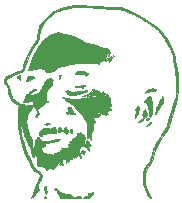
<source format=gbr>
G04 #@! TF.GenerationSoftware,KiCad,Pcbnew,(5.1.4)-1*
G04 #@! TF.CreationDate,2020-04-18T17:13:35+10:00*
G04 #@! TF.ProjectId,c64-nes-adapter,6336342d-6e65-4732-9d61-646170746572,rev?*
G04 #@! TF.SameCoordinates,Original*
G04 #@! TF.FileFunction,Legend,Bot*
G04 #@! TF.FilePolarity,Positive*
%FSLAX46Y46*%
G04 Gerber Fmt 4.6, Leading zero omitted, Abs format (unit mm)*
G04 Created by KiCad (PCBNEW (5.1.4)-1) date 2020-04-18 17:13:35*
%MOMM*%
%LPD*%
G04 APERTURE LIST*
%ADD10C,0.010000*%
G04 APERTURE END LIST*
D10*
G36*
X196596000Y-102690083D02*
G01*
X196606584Y-102700666D01*
X196617167Y-102690083D01*
X196606584Y-102679500D01*
X196596000Y-102690083D01*
X196596000Y-102690083D01*
G37*
X196596000Y-102690083D02*
X196606584Y-102700666D01*
X196617167Y-102690083D01*
X196606584Y-102679500D01*
X196596000Y-102690083D01*
G36*
X196687375Y-102823697D02*
G01*
X196684851Y-102856778D01*
X196689046Y-102864267D01*
X196698666Y-102857954D01*
X196700163Y-102836486D01*
X196694993Y-102813900D01*
X196687375Y-102823697D01*
X196687375Y-102823697D01*
G37*
X196687375Y-102823697D02*
X196684851Y-102856778D01*
X196689046Y-102864267D01*
X196698666Y-102857954D01*
X196700163Y-102836486D01*
X196694993Y-102813900D01*
X196687375Y-102823697D01*
G36*
X196535222Y-102737811D02*
G01*
X196533262Y-102748291D01*
X196543659Y-102775298D01*
X196568021Y-102813587D01*
X196597625Y-102852039D01*
X196623749Y-102879537D01*
X196637670Y-102884963D01*
X196638229Y-102882086D01*
X196629671Y-102836261D01*
X196608722Y-102783782D01*
X196583070Y-102740394D01*
X196560400Y-102721842D01*
X196559998Y-102721833D01*
X196535222Y-102737811D01*
X196535222Y-102737811D01*
G37*
X196535222Y-102737811D02*
X196533262Y-102748291D01*
X196543659Y-102775298D01*
X196568021Y-102813587D01*
X196597625Y-102852039D01*
X196623749Y-102879537D01*
X196637670Y-102884963D01*
X196638229Y-102882086D01*
X196629671Y-102836261D01*
X196608722Y-102783782D01*
X196583070Y-102740394D01*
X196560400Y-102721842D01*
X196559998Y-102721833D01*
X196535222Y-102737811D01*
G36*
X196484091Y-103055717D02*
G01*
X196474307Y-103098986D01*
X196479644Y-103124189D01*
X196501518Y-103161449D01*
X196531236Y-103157189D01*
X196551441Y-103137266D01*
X196565179Y-103097330D01*
X196553839Y-103058351D01*
X196523372Y-103039415D01*
X196520902Y-103039333D01*
X196484091Y-103055717D01*
X196484091Y-103055717D01*
G37*
X196484091Y-103055717D02*
X196474307Y-103098986D01*
X196479644Y-103124189D01*
X196501518Y-103161449D01*
X196531236Y-103157189D01*
X196551441Y-103137266D01*
X196565179Y-103097330D01*
X196553839Y-103058351D01*
X196523372Y-103039415D01*
X196520902Y-103039333D01*
X196484091Y-103055717D01*
G36*
X196932099Y-103065442D02*
G01*
X196921918Y-103094789D01*
X196907977Y-103151888D01*
X196909340Y-103188182D01*
X196923534Y-103196800D01*
X196948082Y-103170869D01*
X196948867Y-103169623D01*
X196962811Y-103120953D01*
X196961273Y-103072435D01*
X196953400Y-103036787D01*
X196945511Y-103033414D01*
X196932099Y-103065442D01*
X196932099Y-103065442D01*
G37*
X196932099Y-103065442D02*
X196921918Y-103094789D01*
X196907977Y-103151888D01*
X196909340Y-103188182D01*
X196923534Y-103196800D01*
X196948082Y-103170869D01*
X196948867Y-103169623D01*
X196962811Y-103120953D01*
X196961273Y-103072435D01*
X196953400Y-103036787D01*
X196945511Y-103033414D01*
X196932099Y-103065442D01*
G36*
X196412556Y-103300388D02*
G01*
X196415462Y-103312972D01*
X196426667Y-103314500D01*
X196444090Y-103306755D01*
X196440778Y-103300388D01*
X196415658Y-103297855D01*
X196412556Y-103300388D01*
X196412556Y-103300388D01*
G37*
X196412556Y-103300388D02*
X196415462Y-103312972D01*
X196426667Y-103314500D01*
X196444090Y-103306755D01*
X196440778Y-103300388D01*
X196415658Y-103297855D01*
X196412556Y-103300388D01*
G36*
X196718246Y-103201827D02*
G01*
X196702049Y-103226955D01*
X196701834Y-103232111D01*
X196690494Y-103271789D01*
X196651525Y-103292283D01*
X196596447Y-103297957D01*
X196555771Y-103303901D01*
X196543910Y-103315800D01*
X196544158Y-103316237D01*
X196540080Y-103340693D01*
X196535245Y-103344553D01*
X196518728Y-103371649D01*
X196503876Y-103422041D01*
X196502628Y-103428350D01*
X196479735Y-103487996D01*
X196442945Y-103512411D01*
X196411251Y-103525638D01*
X196407489Y-103535210D01*
X196433266Y-103537759D01*
X196480295Y-103528885D01*
X196480648Y-103528789D01*
X196524921Y-103509650D01*
X196538119Y-103477387D01*
X196536991Y-103455405D01*
X196541418Y-103410282D01*
X196561768Y-103399166D01*
X196588283Y-103417864D01*
X196606109Y-103464748D01*
X196611847Y-103526002D01*
X196605374Y-103576366D01*
X196600634Y-103620051D01*
X196615458Y-103628761D01*
X196647103Y-103603500D01*
X196692825Y-103545272D01*
X196693663Y-103544067D01*
X196736696Y-103468372D01*
X196770946Y-103384633D01*
X196778352Y-103358859D01*
X196795577Y-103293122D01*
X196811391Y-103241203D01*
X196816304Y-103228069D01*
X196817683Y-103204248D01*
X196788364Y-103195208D01*
X196766245Y-103194555D01*
X196718246Y-103201827D01*
X196718246Y-103201827D01*
G37*
X196718246Y-103201827D02*
X196702049Y-103226955D01*
X196701834Y-103232111D01*
X196690494Y-103271789D01*
X196651525Y-103292283D01*
X196596447Y-103297957D01*
X196555771Y-103303901D01*
X196543910Y-103315800D01*
X196544158Y-103316237D01*
X196540080Y-103340693D01*
X196535245Y-103344553D01*
X196518728Y-103371649D01*
X196503876Y-103422041D01*
X196502628Y-103428350D01*
X196479735Y-103487996D01*
X196442945Y-103512411D01*
X196411251Y-103525638D01*
X196407489Y-103535210D01*
X196433266Y-103537759D01*
X196480295Y-103528885D01*
X196480648Y-103528789D01*
X196524921Y-103509650D01*
X196538119Y-103477387D01*
X196536991Y-103455405D01*
X196541418Y-103410282D01*
X196561768Y-103399166D01*
X196588283Y-103417864D01*
X196606109Y-103464748D01*
X196611847Y-103526002D01*
X196605374Y-103576366D01*
X196600634Y-103620051D01*
X196615458Y-103628761D01*
X196647103Y-103603500D01*
X196692825Y-103545272D01*
X196693663Y-103544067D01*
X196736696Y-103468372D01*
X196770946Y-103384633D01*
X196778352Y-103358859D01*
X196795577Y-103293122D01*
X196811391Y-103241203D01*
X196816304Y-103228069D01*
X196817683Y-103204248D01*
X196788364Y-103195208D01*
X196766245Y-103194555D01*
X196718246Y-103201827D01*
G36*
X192187055Y-101142550D02*
G01*
X192113200Y-101175441D01*
X192018274Y-101206903D01*
X191925583Y-101229525D01*
X191827920Y-101253512D01*
X191728421Y-101289903D01*
X191619960Y-101342233D01*
X191495408Y-101414040D01*
X191347640Y-101508862D01*
X191304334Y-101537860D01*
X191207834Y-101608345D01*
X191117650Y-101686959D01*
X191029053Y-101779196D01*
X190937318Y-101890551D01*
X190837716Y-102026519D01*
X190725521Y-102192595D01*
X190677306Y-102266750D01*
X190515290Y-102524028D01*
X190377318Y-102757088D01*
X190259548Y-102973563D01*
X190158136Y-103181085D01*
X190069238Y-103387285D01*
X189989013Y-103599795D01*
X189952523Y-103706083D01*
X189909156Y-103831922D01*
X189862887Y-103959156D01*
X189818430Y-104075252D01*
X189780497Y-104167676D01*
X189770190Y-104190900D01*
X189737655Y-104267797D01*
X189716131Y-104330088D01*
X189708773Y-104368059D01*
X189710584Y-104374341D01*
X189740544Y-104379652D01*
X189800790Y-104375123D01*
X189880949Y-104362699D01*
X189970649Y-104344328D01*
X190059516Y-104321956D01*
X190137178Y-104297528D01*
X190154206Y-104291100D01*
X190268511Y-104256547D01*
X190410341Y-104229787D01*
X190565316Y-104212619D01*
X190719053Y-104206843D01*
X190805219Y-104209627D01*
X190927552Y-104219883D01*
X191016691Y-104234975D01*
X191081767Y-104258930D01*
X191131910Y-104295774D01*
X191176254Y-104349535D01*
X191198500Y-104383068D01*
X191272584Y-104499614D01*
X191452500Y-104498106D01*
X191589628Y-104489887D01*
X191717777Y-104469440D01*
X191766294Y-104457099D01*
X191886208Y-104408771D01*
X191997502Y-104333645D01*
X192018818Y-104315842D01*
X192126945Y-104224294D01*
X192211159Y-104157095D01*
X192278854Y-104110098D01*
X192337423Y-104079156D01*
X192394261Y-104060123D01*
X192456761Y-104048852D01*
X192504034Y-104043714D01*
X192618758Y-104025615D01*
X192742018Y-103994781D01*
X192816622Y-103969768D01*
X192907867Y-103938151D01*
X193000087Y-103911866D01*
X193073401Y-103896576D01*
X193073734Y-103896530D01*
X193132781Y-103887857D01*
X193222614Y-103873948D01*
X193332261Y-103856531D01*
X193450751Y-103837335D01*
X193484500Y-103831798D01*
X193772994Y-103788826D01*
X194033861Y-103760138D01*
X194279005Y-103744861D01*
X194520328Y-103742124D01*
X194659250Y-103745783D01*
X194808365Y-103751522D01*
X194980834Y-103758093D01*
X195157706Y-103764778D01*
X195320029Y-103770859D01*
X195357750Y-103772261D01*
X195478233Y-103777864D01*
X195584759Y-103784954D01*
X195669769Y-103792859D01*
X195725702Y-103800907D01*
X195744042Y-103806646D01*
X195762992Y-103811683D01*
X195770147Y-103781945D01*
X195770500Y-103765281D01*
X195789674Y-103695090D01*
X195840293Y-103641122D01*
X195912007Y-103612884D01*
X195938659Y-103610833D01*
X196008839Y-103610833D01*
X195998066Y-103515248D01*
X195995955Y-103457613D01*
X196002011Y-103416070D01*
X196013587Y-103399379D01*
X196027984Y-103416157D01*
X196048772Y-103434645D01*
X196096383Y-103466435D01*
X196159606Y-103504119D01*
X196284129Y-103574827D01*
X196323177Y-103524038D01*
X196349596Y-103475905D01*
X196361842Y-103426369D01*
X196358126Y-103389320D01*
X196342000Y-103378000D01*
X196326423Y-103396278D01*
X196320161Y-103436208D01*
X196317500Y-103474754D01*
X196306712Y-103475834D01*
X196291862Y-103458049D01*
X196274831Y-103406111D01*
X196275758Y-103329786D01*
X196291421Y-103241340D01*
X196318598Y-103153040D01*
X196354066Y-103077151D01*
X196394603Y-103025939D01*
X196407738Y-103016969D01*
X196437154Y-102992624D01*
X196429229Y-102969928D01*
X196419609Y-102940937D01*
X196439572Y-102909768D01*
X196473506Y-102885125D01*
X196514557Y-102891861D01*
X196523949Y-102895943D01*
X196561868Y-102919172D01*
X196574834Y-102936897D01*
X196591038Y-102954170D01*
X196596000Y-102954666D01*
X196615998Y-102942745D01*
X196602377Y-102908728D01*
X196572321Y-102872179D01*
X196520781Y-102836662D01*
X196485102Y-102835124D01*
X196460894Y-102838315D01*
X196450492Y-102824969D01*
X196451276Y-102785795D01*
X196457290Y-102736438D01*
X196471022Y-102670866D01*
X196490204Y-102623330D01*
X196502176Y-102609700D01*
X196528840Y-102586115D01*
X196532500Y-102576233D01*
X196513347Y-102553794D01*
X196462618Y-102527421D01*
X196390410Y-102500625D01*
X196306822Y-102476919D01*
X196221950Y-102459817D01*
X196184082Y-102455020D01*
X196098682Y-102443878D01*
X196021179Y-102428850D01*
X195972416Y-102414598D01*
X195929835Y-102397163D01*
X195857193Y-102367307D01*
X195763559Y-102328763D01*
X195658002Y-102285262D01*
X195622334Y-102270553D01*
X195507791Y-102224230D01*
X195415277Y-102190110D01*
X195332170Y-102164890D01*
X195245848Y-102145269D01*
X195143690Y-102127943D01*
X195013074Y-102109611D01*
X195001063Y-102108008D01*
X194844288Y-102084528D01*
X194710659Y-102057251D01*
X194590898Y-102022433D01*
X194475727Y-101976332D01*
X194355871Y-101915204D01*
X194222051Y-101835305D01*
X194064991Y-101732894D01*
X194055275Y-101726387D01*
X193882334Y-101615425D01*
X193732243Y-101530930D01*
X193597631Y-101469728D01*
X193471123Y-101428644D01*
X193345347Y-101404503D01*
X193294898Y-101398996D01*
X193121003Y-101374757D01*
X192936678Y-101330898D01*
X192733972Y-101265206D01*
X192532000Y-101186725D01*
X192288584Y-101086176D01*
X192187055Y-101142550D01*
X192187055Y-101142550D01*
G37*
X192187055Y-101142550D02*
X192113200Y-101175441D01*
X192018274Y-101206903D01*
X191925583Y-101229525D01*
X191827920Y-101253512D01*
X191728421Y-101289903D01*
X191619960Y-101342233D01*
X191495408Y-101414040D01*
X191347640Y-101508862D01*
X191304334Y-101537860D01*
X191207834Y-101608345D01*
X191117650Y-101686959D01*
X191029053Y-101779196D01*
X190937318Y-101890551D01*
X190837716Y-102026519D01*
X190725521Y-102192595D01*
X190677306Y-102266750D01*
X190515290Y-102524028D01*
X190377318Y-102757088D01*
X190259548Y-102973563D01*
X190158136Y-103181085D01*
X190069238Y-103387285D01*
X189989013Y-103599795D01*
X189952523Y-103706083D01*
X189909156Y-103831922D01*
X189862887Y-103959156D01*
X189818430Y-104075252D01*
X189780497Y-104167676D01*
X189770190Y-104190900D01*
X189737655Y-104267797D01*
X189716131Y-104330088D01*
X189708773Y-104368059D01*
X189710584Y-104374341D01*
X189740544Y-104379652D01*
X189800790Y-104375123D01*
X189880949Y-104362699D01*
X189970649Y-104344328D01*
X190059516Y-104321956D01*
X190137178Y-104297528D01*
X190154206Y-104291100D01*
X190268511Y-104256547D01*
X190410341Y-104229787D01*
X190565316Y-104212619D01*
X190719053Y-104206843D01*
X190805219Y-104209627D01*
X190927552Y-104219883D01*
X191016691Y-104234975D01*
X191081767Y-104258930D01*
X191131910Y-104295774D01*
X191176254Y-104349535D01*
X191198500Y-104383068D01*
X191272584Y-104499614D01*
X191452500Y-104498106D01*
X191589628Y-104489887D01*
X191717777Y-104469440D01*
X191766294Y-104457099D01*
X191886208Y-104408771D01*
X191997502Y-104333645D01*
X192018818Y-104315842D01*
X192126945Y-104224294D01*
X192211159Y-104157095D01*
X192278854Y-104110098D01*
X192337423Y-104079156D01*
X192394261Y-104060123D01*
X192456761Y-104048852D01*
X192504034Y-104043714D01*
X192618758Y-104025615D01*
X192742018Y-103994781D01*
X192816622Y-103969768D01*
X192907867Y-103938151D01*
X193000087Y-103911866D01*
X193073401Y-103896576D01*
X193073734Y-103896530D01*
X193132781Y-103887857D01*
X193222614Y-103873948D01*
X193332261Y-103856531D01*
X193450751Y-103837335D01*
X193484500Y-103831798D01*
X193772994Y-103788826D01*
X194033861Y-103760138D01*
X194279005Y-103744861D01*
X194520328Y-103742124D01*
X194659250Y-103745783D01*
X194808365Y-103751522D01*
X194980834Y-103758093D01*
X195157706Y-103764778D01*
X195320029Y-103770859D01*
X195357750Y-103772261D01*
X195478233Y-103777864D01*
X195584759Y-103784954D01*
X195669769Y-103792859D01*
X195725702Y-103800907D01*
X195744042Y-103806646D01*
X195762992Y-103811683D01*
X195770147Y-103781945D01*
X195770500Y-103765281D01*
X195789674Y-103695090D01*
X195840293Y-103641122D01*
X195912007Y-103612884D01*
X195938659Y-103610833D01*
X196008839Y-103610833D01*
X195998066Y-103515248D01*
X195995955Y-103457613D01*
X196002011Y-103416070D01*
X196013587Y-103399379D01*
X196027984Y-103416157D01*
X196048772Y-103434645D01*
X196096383Y-103466435D01*
X196159606Y-103504119D01*
X196284129Y-103574827D01*
X196323177Y-103524038D01*
X196349596Y-103475905D01*
X196361842Y-103426369D01*
X196358126Y-103389320D01*
X196342000Y-103378000D01*
X196326423Y-103396278D01*
X196320161Y-103436208D01*
X196317500Y-103474754D01*
X196306712Y-103475834D01*
X196291862Y-103458049D01*
X196274831Y-103406111D01*
X196275758Y-103329786D01*
X196291421Y-103241340D01*
X196318598Y-103153040D01*
X196354066Y-103077151D01*
X196394603Y-103025939D01*
X196407738Y-103016969D01*
X196437154Y-102992624D01*
X196429229Y-102969928D01*
X196419609Y-102940937D01*
X196439572Y-102909768D01*
X196473506Y-102885125D01*
X196514557Y-102891861D01*
X196523949Y-102895943D01*
X196561868Y-102919172D01*
X196574834Y-102936897D01*
X196591038Y-102954170D01*
X196596000Y-102954666D01*
X196615998Y-102942745D01*
X196602377Y-102908728D01*
X196572321Y-102872179D01*
X196520781Y-102836662D01*
X196485102Y-102835124D01*
X196460894Y-102838315D01*
X196450492Y-102824969D01*
X196451276Y-102785795D01*
X196457290Y-102736438D01*
X196471022Y-102670866D01*
X196490204Y-102623330D01*
X196502176Y-102609700D01*
X196528840Y-102586115D01*
X196532500Y-102576233D01*
X196513347Y-102553794D01*
X196462618Y-102527421D01*
X196390410Y-102500625D01*
X196306822Y-102476919D01*
X196221950Y-102459817D01*
X196184082Y-102455020D01*
X196098682Y-102443878D01*
X196021179Y-102428850D01*
X195972416Y-102414598D01*
X195929835Y-102397163D01*
X195857193Y-102367307D01*
X195763559Y-102328763D01*
X195658002Y-102285262D01*
X195622334Y-102270553D01*
X195507791Y-102224230D01*
X195415277Y-102190110D01*
X195332170Y-102164890D01*
X195245848Y-102145269D01*
X195143690Y-102127943D01*
X195013074Y-102109611D01*
X195001063Y-102108008D01*
X194844288Y-102084528D01*
X194710659Y-102057251D01*
X194590898Y-102022433D01*
X194475727Y-101976332D01*
X194355871Y-101915204D01*
X194222051Y-101835305D01*
X194064991Y-101732894D01*
X194055275Y-101726387D01*
X193882334Y-101615425D01*
X193732243Y-101530930D01*
X193597631Y-101469728D01*
X193471123Y-101428644D01*
X193345347Y-101404503D01*
X193294898Y-101398996D01*
X193121003Y-101374757D01*
X192936678Y-101330898D01*
X192733972Y-101265206D01*
X192532000Y-101186725D01*
X192288584Y-101086176D01*
X192187055Y-101142550D01*
G36*
X194209800Y-104411028D02*
G01*
X194160625Y-104423551D01*
X194084348Y-104436064D01*
X193996136Y-104446151D01*
X193981917Y-104447378D01*
X193890968Y-104456881D01*
X193830129Y-104469778D01*
X193787178Y-104489772D01*
X193754375Y-104516267D01*
X193715866Y-104563059D01*
X193696657Y-104606806D01*
X193696167Y-104612628D01*
X193698277Y-104629099D01*
X193709000Y-104640118D01*
X193734928Y-104646379D01*
X193782650Y-104648576D01*
X193858758Y-104647404D01*
X193969842Y-104643558D01*
X193984452Y-104643002D01*
X194135269Y-104639507D01*
X194250987Y-104642244D01*
X194338424Y-104651514D01*
X194380541Y-104660440D01*
X194452087Y-104674664D01*
X194513998Y-104679153D01*
X194536756Y-104676727D01*
X194567447Y-104672943D01*
X194581396Y-104688966D01*
X194585087Y-104734815D01*
X194585167Y-104751538D01*
X194593819Y-104814113D01*
X194616928Y-104839370D01*
X194650227Y-104825494D01*
X194677725Y-104790875D01*
X194707113Y-104734432D01*
X194721973Y-104695625D01*
X194745062Y-104658532D01*
X194768274Y-104648000D01*
X194795256Y-104640119D01*
X194789084Y-104620087D01*
X194755122Y-104593319D01*
X194698731Y-104565231D01*
X194678656Y-104557506D01*
X194605541Y-104529685D01*
X194513493Y-104492736D01*
X194422316Y-104454610D01*
X194421467Y-104454246D01*
X194339015Y-104420832D01*
X194282994Y-104404337D01*
X194242121Y-104402455D01*
X194209800Y-104411028D01*
X194209800Y-104411028D01*
G37*
X194209800Y-104411028D02*
X194160625Y-104423551D01*
X194084348Y-104436064D01*
X193996136Y-104446151D01*
X193981917Y-104447378D01*
X193890968Y-104456881D01*
X193830129Y-104469778D01*
X193787178Y-104489772D01*
X193754375Y-104516267D01*
X193715866Y-104563059D01*
X193696657Y-104606806D01*
X193696167Y-104612628D01*
X193698277Y-104629099D01*
X193709000Y-104640118D01*
X193734928Y-104646379D01*
X193782650Y-104648576D01*
X193858758Y-104647404D01*
X193969842Y-104643558D01*
X193984452Y-104643002D01*
X194135269Y-104639507D01*
X194250987Y-104642244D01*
X194338424Y-104651514D01*
X194380541Y-104660440D01*
X194452087Y-104674664D01*
X194513998Y-104679153D01*
X194536756Y-104676727D01*
X194567447Y-104672943D01*
X194581396Y-104688966D01*
X194585087Y-104734815D01*
X194585167Y-104751538D01*
X194593819Y-104814113D01*
X194616928Y-104839370D01*
X194650227Y-104825494D01*
X194677725Y-104790875D01*
X194707113Y-104734432D01*
X194721973Y-104695625D01*
X194745062Y-104658532D01*
X194768274Y-104648000D01*
X194795256Y-104640119D01*
X194789084Y-104620087D01*
X194755122Y-104593319D01*
X194698731Y-104565231D01*
X194678656Y-104557506D01*
X194605541Y-104529685D01*
X194513493Y-104492736D01*
X194422316Y-104454610D01*
X194421467Y-104454246D01*
X194339015Y-104420832D01*
X194282994Y-104404337D01*
X194242121Y-104402455D01*
X194209800Y-104411028D01*
G36*
X192365321Y-104751673D02*
G01*
X192354270Y-104800529D01*
X192342540Y-104866987D01*
X192332031Y-104938800D01*
X192324640Y-105003720D01*
X192322266Y-105049502D01*
X192323120Y-105059580D01*
X192331438Y-105087100D01*
X192347926Y-105082109D01*
X192367959Y-105063018D01*
X192395880Y-105010615D01*
X192405000Y-104944552D01*
X192410730Y-104860505D01*
X192428260Y-104816000D01*
X192458102Y-104809779D01*
X192459669Y-104810351D01*
X192485753Y-104808200D01*
X192489667Y-104797907D01*
X192472614Y-104776665D01*
X192433610Y-104752372D01*
X192390887Y-104735293D01*
X192373795Y-104732666D01*
X192365321Y-104751673D01*
X192365321Y-104751673D01*
G37*
X192365321Y-104751673D02*
X192354270Y-104800529D01*
X192342540Y-104866987D01*
X192332031Y-104938800D01*
X192324640Y-105003720D01*
X192322266Y-105049502D01*
X192323120Y-105059580D01*
X192331438Y-105087100D01*
X192347926Y-105082109D01*
X192367959Y-105063018D01*
X192395880Y-105010615D01*
X192405000Y-104944552D01*
X192410730Y-104860505D01*
X192428260Y-104816000D01*
X192458102Y-104809779D01*
X192459669Y-104810351D01*
X192485753Y-104808200D01*
X192489667Y-104797907D01*
X192472614Y-104776665D01*
X192433610Y-104752372D01*
X192390887Y-104735293D01*
X192373795Y-104732666D01*
X192365321Y-104751673D01*
G36*
X188969529Y-104806132D02*
G01*
X188912912Y-104830638D01*
X188854013Y-104861601D01*
X188808699Y-104890936D01*
X188794140Y-104905145D01*
X188799960Y-104930603D01*
X188826971Y-104978478D01*
X188869385Y-105038564D01*
X188870903Y-105040536D01*
X188926396Y-105106828D01*
X188969536Y-105142975D01*
X189008807Y-105155681D01*
X189016967Y-105156000D01*
X189047908Y-105154234D01*
X189064265Y-105142437D01*
X189069672Y-105110860D01*
X189067761Y-105049755D01*
X189066275Y-105023708D01*
X189058572Y-104919463D01*
X189048810Y-104851199D01*
X189035363Y-104812567D01*
X189016605Y-104797217D01*
X189007999Y-104796166D01*
X188969529Y-104806132D01*
X188969529Y-104806132D01*
G37*
X188969529Y-104806132D02*
X188912912Y-104830638D01*
X188854013Y-104861601D01*
X188808699Y-104890936D01*
X188794140Y-104905145D01*
X188799960Y-104930603D01*
X188826971Y-104978478D01*
X188869385Y-105038564D01*
X188870903Y-105040536D01*
X188926396Y-105106828D01*
X188969536Y-105142975D01*
X189008807Y-105155681D01*
X189016967Y-105156000D01*
X189047908Y-105154234D01*
X189064265Y-105142437D01*
X189069672Y-105110860D01*
X189067761Y-105049755D01*
X189066275Y-105023708D01*
X189058572Y-104919463D01*
X189048810Y-104851199D01*
X189035363Y-104812567D01*
X189016605Y-104797217D01*
X189007999Y-104796166D01*
X188969529Y-104806132D01*
G36*
X189834927Y-104836111D02*
G01*
X189793529Y-104847413D01*
X189684561Y-104879091D01*
X189615832Y-105065170D01*
X189578287Y-105170180D01*
X189556281Y-105241144D01*
X189548730Y-105282949D01*
X189554547Y-105300482D01*
X189563375Y-105301497D01*
X189591415Y-105293682D01*
X189644335Y-105276924D01*
X189674500Y-105266962D01*
X189745796Y-105235529D01*
X189826970Y-105188897D01*
X189875584Y-105155458D01*
X189969728Y-105096408D01*
X190062900Y-105065795D01*
X190091477Y-105061154D01*
X190168964Y-105046470D01*
X190215771Y-105023015D01*
X190243540Y-104983023D01*
X190254550Y-104952363D01*
X190257801Y-104930115D01*
X190246744Y-104913045D01*
X190214148Y-104897276D01*
X190152781Y-104878928D01*
X190085389Y-104861606D01*
X189994969Y-104839911D01*
X189931990Y-104828862D01*
X189883095Y-104827812D01*
X189834927Y-104836111D01*
X189834927Y-104836111D01*
G37*
X189834927Y-104836111D02*
X189793529Y-104847413D01*
X189684561Y-104879091D01*
X189615832Y-105065170D01*
X189578287Y-105170180D01*
X189556281Y-105241144D01*
X189548730Y-105282949D01*
X189554547Y-105300482D01*
X189563375Y-105301497D01*
X189591415Y-105293682D01*
X189644335Y-105276924D01*
X189674500Y-105266962D01*
X189745796Y-105235529D01*
X189826970Y-105188897D01*
X189875584Y-105155458D01*
X189969728Y-105096408D01*
X190062900Y-105065795D01*
X190091477Y-105061154D01*
X190168964Y-105046470D01*
X190215771Y-105023015D01*
X190243540Y-104983023D01*
X190254550Y-104952363D01*
X190257801Y-104930115D01*
X190246744Y-104913045D01*
X190214148Y-104897276D01*
X190152781Y-104878928D01*
X190085389Y-104861606D01*
X189994969Y-104839911D01*
X189931990Y-104828862D01*
X189883095Y-104827812D01*
X189834927Y-104836111D01*
G36*
X194350999Y-105593891D02*
G01*
X194342167Y-105600154D01*
X194307210Y-105618898D01*
X194245535Y-105643314D01*
X194178944Y-105665446D01*
X194105108Y-105685663D01*
X194042899Y-105695028D01*
X193975415Y-105694490D01*
X193885757Y-105685003D01*
X193869433Y-105682878D01*
X193771389Y-105671707D01*
X193709890Y-105670050D01*
X193679990Y-105679007D01*
X193676747Y-105699677D01*
X193688566Y-105723107D01*
X193702006Y-105738558D01*
X193724571Y-105751392D01*
X193762102Y-105762807D01*
X193820440Y-105774004D01*
X193905427Y-105786183D01*
X194022902Y-105800543D01*
X194119500Y-105811621D01*
X194215478Y-105823035D01*
X194298321Y-105833912D01*
X194357324Y-105842790D01*
X194378792Y-105847055D01*
X194404074Y-105846291D01*
X194414470Y-105818612D01*
X194415834Y-105784137D01*
X194421557Y-105731627D01*
X194444730Y-105705877D01*
X194468750Y-105697641D01*
X194512155Y-105675916D01*
X194517035Y-105646752D01*
X194484849Y-105616616D01*
X194446765Y-105600229D01*
X194387990Y-105586341D01*
X194350999Y-105593891D01*
X194350999Y-105593891D01*
G37*
X194350999Y-105593891D02*
X194342167Y-105600154D01*
X194307210Y-105618898D01*
X194245535Y-105643314D01*
X194178944Y-105665446D01*
X194105108Y-105685663D01*
X194042899Y-105695028D01*
X193975415Y-105694490D01*
X193885757Y-105685003D01*
X193869433Y-105682878D01*
X193771389Y-105671707D01*
X193709890Y-105670050D01*
X193679990Y-105679007D01*
X193676747Y-105699677D01*
X193688566Y-105723107D01*
X193702006Y-105738558D01*
X193724571Y-105751392D01*
X193762102Y-105762807D01*
X193820440Y-105774004D01*
X193905427Y-105786183D01*
X194022902Y-105800543D01*
X194119500Y-105811621D01*
X194215478Y-105823035D01*
X194298321Y-105833912D01*
X194357324Y-105842790D01*
X194378792Y-105847055D01*
X194404074Y-105846291D01*
X194414470Y-105818612D01*
X194415834Y-105784137D01*
X194421557Y-105731627D01*
X194444730Y-105705877D01*
X194468750Y-105697641D01*
X194512155Y-105675916D01*
X194517035Y-105646752D01*
X194484849Y-105616616D01*
X194446765Y-105600229D01*
X194387990Y-105586341D01*
X194350999Y-105593891D01*
G36*
X196031208Y-106146864D02*
G01*
X196028685Y-106179945D01*
X196032879Y-106187434D01*
X196042499Y-106181121D01*
X196043996Y-106159652D01*
X196038827Y-106137067D01*
X196031208Y-106146864D01*
X196031208Y-106146864D01*
G37*
X196031208Y-106146864D02*
X196028685Y-106179945D01*
X196032879Y-106187434D01*
X196042499Y-106181121D01*
X196043996Y-106159652D01*
X196038827Y-106137067D01*
X196031208Y-106146864D01*
G36*
X193672711Y-106176742D02*
G01*
X193671825Y-106182583D01*
X193688304Y-106207401D01*
X193694580Y-106210276D01*
X193713880Y-106200058D01*
X193717334Y-106182583D01*
X193706594Y-106156239D01*
X193694580Y-106154890D01*
X193672711Y-106176742D01*
X193672711Y-106176742D01*
G37*
X193672711Y-106176742D02*
X193671825Y-106182583D01*
X193688304Y-106207401D01*
X193694580Y-106210276D01*
X193713880Y-106200058D01*
X193717334Y-106182583D01*
X193706594Y-106156239D01*
X193694580Y-106154890D01*
X193672711Y-106176742D01*
G36*
X200220824Y-105905508D02*
G01*
X200182448Y-105913966D01*
X200115745Y-105925527D01*
X200034369Y-105937844D01*
X200025000Y-105939160D01*
X199866250Y-105961263D01*
X199733959Y-106103241D01*
X199676058Y-106165963D01*
X199631026Y-106215849D01*
X199605292Y-106245724D01*
X199601667Y-106250943D01*
X199619124Y-106256949D01*
X199659154Y-106254777D01*
X199703250Y-106246465D01*
X199728667Y-106236967D01*
X199773262Y-106219107D01*
X199849883Y-106196370D01*
X199948814Y-106170929D01*
X200060338Y-106144957D01*
X200174739Y-106120627D01*
X200282301Y-106100114D01*
X200373309Y-106085589D01*
X200432933Y-106079439D01*
X200518081Y-106073928D01*
X200568198Y-106065591D01*
X200590579Y-106050960D01*
X200592522Y-106026567D01*
X200587041Y-106006206D01*
X200568834Y-105980830D01*
X200527087Y-105959251D01*
X200454024Y-105937968D01*
X200415807Y-105929091D01*
X200334701Y-105913537D01*
X200266309Y-105904896D01*
X200223888Y-105904770D01*
X200220824Y-105905508D01*
X200220824Y-105905508D01*
G37*
X200220824Y-105905508D02*
X200182448Y-105913966D01*
X200115745Y-105925527D01*
X200034369Y-105937844D01*
X200025000Y-105939160D01*
X199866250Y-105961263D01*
X199733959Y-106103241D01*
X199676058Y-106165963D01*
X199631026Y-106215849D01*
X199605292Y-106245724D01*
X199601667Y-106250943D01*
X199619124Y-106256949D01*
X199659154Y-106254777D01*
X199703250Y-106246465D01*
X199728667Y-106236967D01*
X199773262Y-106219107D01*
X199849883Y-106196370D01*
X199948814Y-106170929D01*
X200060338Y-106144957D01*
X200174739Y-106120627D01*
X200282301Y-106100114D01*
X200373309Y-106085589D01*
X200432933Y-106079439D01*
X200518081Y-106073928D01*
X200568198Y-106065591D01*
X200590579Y-106050960D01*
X200592522Y-106026567D01*
X200587041Y-106006206D01*
X200568834Y-105980830D01*
X200527087Y-105959251D01*
X200454024Y-105937968D01*
X200415807Y-105929091D01*
X200334701Y-105913537D01*
X200266309Y-105904896D01*
X200223888Y-105904770D01*
X200220824Y-105905508D01*
G36*
X196072000Y-106228386D02*
G01*
X196097911Y-106268496D01*
X196122937Y-106315950D01*
X196129661Y-106346625D01*
X196139220Y-106379345D01*
X196158964Y-106377359D01*
X196178260Y-106342821D01*
X196180089Y-106336406D01*
X196193918Y-106304887D01*
X196213993Y-106310922D01*
X196218541Y-106315240D01*
X196253243Y-106338818D01*
X196275652Y-106334808D01*
X196278500Y-106323530D01*
X196261400Y-106304550D01*
X196217216Y-106274036D01*
X196172667Y-106248126D01*
X196106459Y-106215750D01*
X196073191Y-106209091D01*
X196072000Y-106228386D01*
X196072000Y-106228386D01*
G37*
X196072000Y-106228386D02*
X196097911Y-106268496D01*
X196122937Y-106315950D01*
X196129661Y-106346625D01*
X196139220Y-106379345D01*
X196158964Y-106377359D01*
X196178260Y-106342821D01*
X196180089Y-106336406D01*
X196193918Y-106304887D01*
X196213993Y-106310922D01*
X196218541Y-106315240D01*
X196253243Y-106338818D01*
X196275652Y-106334808D01*
X196278500Y-106323530D01*
X196261400Y-106304550D01*
X196217216Y-106274036D01*
X196172667Y-106248126D01*
X196106459Y-106215750D01*
X196073191Y-106209091D01*
X196072000Y-106228386D01*
G36*
X193021040Y-106074636D02*
G01*
X192973986Y-106111056D01*
X192932820Y-106129208D01*
X192927717Y-106129666D01*
X192895936Y-106140277D01*
X192897365Y-106168455D01*
X192929704Y-106208714D01*
X192976500Y-106246083D01*
X193039364Y-106301288D01*
X193061155Y-106351029D01*
X193061167Y-106352149D01*
X193071897Y-106388624D01*
X193111106Y-106409084D01*
X193129959Y-106413496D01*
X193194249Y-106422243D01*
X193286747Y-106429653D01*
X193393335Y-106435153D01*
X193499895Y-106438168D01*
X193592308Y-106438125D01*
X193653834Y-106434766D01*
X193975071Y-106384912D01*
X194263106Y-106312213D01*
X194520842Y-106215927D01*
X194535864Y-106209176D01*
X194624351Y-106164023D01*
X194680588Y-106124284D01*
X194699067Y-106098841D01*
X194703776Y-106056158D01*
X194686215Y-106048222D01*
X194663492Y-106062646D01*
X194629464Y-106074638D01*
X194612496Y-106063861D01*
X194580293Y-106054560D01*
X194525969Y-106074526D01*
X194525150Y-106074948D01*
X194462059Y-106095319D01*
X194367214Y-106106167D01*
X194272606Y-106108500D01*
X194121188Y-106113521D01*
X193989338Y-106127810D01*
X193883622Y-106150207D01*
X193810606Y-106179552D01*
X193791417Y-106193534D01*
X193725420Y-106240700D01*
X193663503Y-106260663D01*
X193615661Y-106250614D01*
X193608745Y-106244839D01*
X193571905Y-106224254D01*
X193509713Y-106203722D01*
X193464808Y-106193446D01*
X193385584Y-106171060D01*
X193292369Y-106134190D01*
X193214543Y-106095697D01*
X193078479Y-106019605D01*
X193021040Y-106074636D01*
X193021040Y-106074636D01*
G37*
X193021040Y-106074636D02*
X192973986Y-106111056D01*
X192932820Y-106129208D01*
X192927717Y-106129666D01*
X192895936Y-106140277D01*
X192897365Y-106168455D01*
X192929704Y-106208714D01*
X192976500Y-106246083D01*
X193039364Y-106301288D01*
X193061155Y-106351029D01*
X193061167Y-106352149D01*
X193071897Y-106388624D01*
X193111106Y-106409084D01*
X193129959Y-106413496D01*
X193194249Y-106422243D01*
X193286747Y-106429653D01*
X193393335Y-106435153D01*
X193499895Y-106438168D01*
X193592308Y-106438125D01*
X193653834Y-106434766D01*
X193975071Y-106384912D01*
X194263106Y-106312213D01*
X194520842Y-106215927D01*
X194535864Y-106209176D01*
X194624351Y-106164023D01*
X194680588Y-106124284D01*
X194699067Y-106098841D01*
X194703776Y-106056158D01*
X194686215Y-106048222D01*
X194663492Y-106062646D01*
X194629464Y-106074638D01*
X194612496Y-106063861D01*
X194580293Y-106054560D01*
X194525969Y-106074526D01*
X194525150Y-106074948D01*
X194462059Y-106095319D01*
X194367214Y-106106167D01*
X194272606Y-106108500D01*
X194121188Y-106113521D01*
X193989338Y-106127810D01*
X193883622Y-106150207D01*
X193810606Y-106179552D01*
X193791417Y-106193534D01*
X193725420Y-106240700D01*
X193663503Y-106260663D01*
X193615661Y-106250614D01*
X193608745Y-106244839D01*
X193571905Y-106224254D01*
X193509713Y-106203722D01*
X193464808Y-106193446D01*
X193385584Y-106171060D01*
X193292369Y-106134190D01*
X193214543Y-106095697D01*
X193078479Y-106019605D01*
X193021040Y-106074636D01*
G36*
X192616667Y-106627083D02*
G01*
X192627250Y-106637666D01*
X192637834Y-106627083D01*
X192627250Y-106616500D01*
X192616667Y-106627083D01*
X192616667Y-106627083D01*
G37*
X192616667Y-106627083D02*
X192627250Y-106637666D01*
X192637834Y-106627083D01*
X192627250Y-106616500D01*
X192616667Y-106627083D01*
G36*
X196617782Y-106823107D02*
G01*
X196617167Y-106828166D01*
X196633274Y-106848718D01*
X196638334Y-106849333D01*
X196658885Y-106833226D01*
X196659500Y-106828166D01*
X196643393Y-106807615D01*
X196638334Y-106807000D01*
X196617782Y-106823107D01*
X196617782Y-106823107D01*
G37*
X196617782Y-106823107D02*
X196617167Y-106828166D01*
X196633274Y-106848718D01*
X196638334Y-106849333D01*
X196658885Y-106833226D01*
X196659500Y-106828166D01*
X196643393Y-106807615D01*
X196638334Y-106807000D01*
X196617782Y-106823107D01*
G36*
X196687723Y-107533722D02*
G01*
X196685189Y-107558842D01*
X196687723Y-107561944D01*
X196700306Y-107559038D01*
X196701834Y-107547833D01*
X196694089Y-107530410D01*
X196687723Y-107533722D01*
X196687723Y-107533722D01*
G37*
X196687723Y-107533722D02*
X196685189Y-107558842D01*
X196687723Y-107561944D01*
X196700306Y-107559038D01*
X196701834Y-107547833D01*
X196694089Y-107530410D01*
X196687723Y-107533722D01*
G36*
X193696167Y-107960583D02*
G01*
X193706750Y-107971166D01*
X193717334Y-107960583D01*
X193706750Y-107950000D01*
X193696167Y-107960583D01*
X193696167Y-107960583D01*
G37*
X193696167Y-107960583D02*
X193706750Y-107971166D01*
X193717334Y-107960583D01*
X193706750Y-107950000D01*
X193696167Y-107960583D01*
G36*
X193174993Y-107446909D02*
G01*
X193124999Y-107463236D01*
X193104686Y-107493381D01*
X193103500Y-107506515D01*
X193093241Y-107546088D01*
X193082334Y-107558416D01*
X193061893Y-107585536D01*
X193074844Y-107607680D01*
X193092917Y-107611333D01*
X193121054Y-107598044D01*
X193124667Y-107586638D01*
X193132903Y-107572122D01*
X193138118Y-107575394D01*
X193137423Y-107600493D01*
X193116951Y-107641678D01*
X193088937Y-107688773D01*
X193086424Y-107711030D01*
X193109034Y-107717112D01*
X193113681Y-107717166D01*
X193141336Y-107699045D01*
X193158976Y-107661590D01*
X193170926Y-107625306D01*
X193183301Y-107626583D01*
X193193039Y-107641957D01*
X193205107Y-107701728D01*
X193174935Y-107762523D01*
X193102487Y-107824406D01*
X193088295Y-107833583D01*
X193030404Y-107867410D01*
X192986941Y-107888241D01*
X192971209Y-107891791D01*
X192956224Y-107899693D01*
X192960101Y-107931886D01*
X192980627Y-107975946D01*
X192988284Y-107987623D01*
X193037451Y-108026745D01*
X193096517Y-108029738D01*
X193152743Y-107996244D01*
X193156417Y-107992333D01*
X193195809Y-107956632D01*
X193220707Y-107958426D01*
X193238099Y-107998731D01*
X193239571Y-108004426D01*
X193253515Y-108040660D01*
X193279413Y-108050008D01*
X193321241Y-108042362D01*
X193406937Y-108028600D01*
X193497175Y-108031000D01*
X193582384Y-108044012D01*
X193649937Y-108050542D01*
X193683518Y-108037717D01*
X193685045Y-108035538D01*
X193689787Y-108004180D01*
X193684806Y-107996216D01*
X193665347Y-107998183D01*
X193659812Y-108008039D01*
X193638436Y-108020261D01*
X193604587Y-108010870D01*
X193576200Y-107987708D01*
X193569167Y-107968409D01*
X193561136Y-107941478D01*
X193539185Y-107883894D01*
X193506522Y-107803718D01*
X193466358Y-107709008D01*
X193459860Y-107693987D01*
X193350552Y-107442000D01*
X193260508Y-107442000D01*
X193174993Y-107446909D01*
X193174993Y-107446909D01*
G37*
X193174993Y-107446909D02*
X193124999Y-107463236D01*
X193104686Y-107493381D01*
X193103500Y-107506515D01*
X193093241Y-107546088D01*
X193082334Y-107558416D01*
X193061893Y-107585536D01*
X193074844Y-107607680D01*
X193092917Y-107611333D01*
X193121054Y-107598044D01*
X193124667Y-107586638D01*
X193132903Y-107572122D01*
X193138118Y-107575394D01*
X193137423Y-107600493D01*
X193116951Y-107641678D01*
X193088937Y-107688773D01*
X193086424Y-107711030D01*
X193109034Y-107717112D01*
X193113681Y-107717166D01*
X193141336Y-107699045D01*
X193158976Y-107661590D01*
X193170926Y-107625306D01*
X193183301Y-107626583D01*
X193193039Y-107641957D01*
X193205107Y-107701728D01*
X193174935Y-107762523D01*
X193102487Y-107824406D01*
X193088295Y-107833583D01*
X193030404Y-107867410D01*
X192986941Y-107888241D01*
X192971209Y-107891791D01*
X192956224Y-107899693D01*
X192960101Y-107931886D01*
X192980627Y-107975946D01*
X192988284Y-107987623D01*
X193037451Y-108026745D01*
X193096517Y-108029738D01*
X193152743Y-107996244D01*
X193156417Y-107992333D01*
X193195809Y-107956632D01*
X193220707Y-107958426D01*
X193238099Y-107998731D01*
X193239571Y-108004426D01*
X193253515Y-108040660D01*
X193279413Y-108050008D01*
X193321241Y-108042362D01*
X193406937Y-108028600D01*
X193497175Y-108031000D01*
X193582384Y-108044012D01*
X193649937Y-108050542D01*
X193683518Y-108037717D01*
X193685045Y-108035538D01*
X193689787Y-108004180D01*
X193684806Y-107996216D01*
X193665347Y-107998183D01*
X193659812Y-108008039D01*
X193638436Y-108020261D01*
X193604587Y-108010870D01*
X193576200Y-107987708D01*
X193569167Y-107968409D01*
X193561136Y-107941478D01*
X193539185Y-107883894D01*
X193506522Y-107803718D01*
X193466358Y-107709008D01*
X193459860Y-107693987D01*
X193350552Y-107442000D01*
X193260508Y-107442000D01*
X193174993Y-107446909D01*
G36*
X196469000Y-108045250D02*
G01*
X196479584Y-108055833D01*
X196490167Y-108045250D01*
X196479584Y-108034666D01*
X196469000Y-108045250D01*
X196469000Y-108045250D01*
G37*
X196469000Y-108045250D02*
X196479584Y-108055833D01*
X196490167Y-108045250D01*
X196479584Y-108034666D01*
X196469000Y-108045250D01*
G36*
X201040139Y-106564300D02*
G01*
X201035725Y-106623663D01*
X201036768Y-106650995D01*
X201036691Y-106724280D01*
X201029113Y-106788039D01*
X201023888Y-106807237D01*
X201004658Y-106859221D01*
X200989653Y-106811944D01*
X200969801Y-106772467D01*
X200943064Y-106771260D01*
X200904790Y-106805483D01*
X200879249Y-106856090D01*
X200880936Y-106887525D01*
X200879848Y-106924513D01*
X200853905Y-106939242D01*
X200824626Y-106961110D01*
X200805364Y-107013433D01*
X200798837Y-107049435D01*
X200784251Y-107107637D01*
X200755542Y-107192669D01*
X200716843Y-107293168D01*
X200672288Y-107397767D01*
X200671710Y-107399055D01*
X200593060Y-107592298D01*
X200539777Y-107767156D01*
X200521219Y-107852403D01*
X200503299Y-107938803D01*
X200486026Y-108006978D01*
X200471845Y-108047981D01*
X200465619Y-108055833D01*
X200448814Y-108072050D01*
X200448334Y-108077000D01*
X200460120Y-108097084D01*
X200489575Y-108086248D01*
X200516180Y-108061125D01*
X200541298Y-108026115D01*
X200580009Y-107965440D01*
X200625205Y-107890361D01*
X200639761Y-107865333D01*
X200683740Y-107791495D01*
X200744518Y-107692833D01*
X200815537Y-107579827D01*
X200890238Y-107462959D01*
X200928467Y-107403977D01*
X201125667Y-107101371D01*
X201125667Y-106883260D01*
X201121883Y-106752062D01*
X201111073Y-106648627D01*
X201094049Y-106576892D01*
X201071623Y-106540791D01*
X201054470Y-106538322D01*
X201040139Y-106564300D01*
X201040139Y-106564300D01*
G37*
X201040139Y-106564300D02*
X201035725Y-106623663D01*
X201036768Y-106650995D01*
X201036691Y-106724280D01*
X201029113Y-106788039D01*
X201023888Y-106807237D01*
X201004658Y-106859221D01*
X200989653Y-106811944D01*
X200969801Y-106772467D01*
X200943064Y-106771260D01*
X200904790Y-106805483D01*
X200879249Y-106856090D01*
X200880936Y-106887525D01*
X200879848Y-106924513D01*
X200853905Y-106939242D01*
X200824626Y-106961110D01*
X200805364Y-107013433D01*
X200798837Y-107049435D01*
X200784251Y-107107637D01*
X200755542Y-107192669D01*
X200716843Y-107293168D01*
X200672288Y-107397767D01*
X200671710Y-107399055D01*
X200593060Y-107592298D01*
X200539777Y-107767156D01*
X200521219Y-107852403D01*
X200503299Y-107938803D01*
X200486026Y-108006978D01*
X200471845Y-108047981D01*
X200465619Y-108055833D01*
X200448814Y-108072050D01*
X200448334Y-108077000D01*
X200460120Y-108097084D01*
X200489575Y-108086248D01*
X200516180Y-108061125D01*
X200541298Y-108026115D01*
X200580009Y-107965440D01*
X200625205Y-107890361D01*
X200639761Y-107865333D01*
X200683740Y-107791495D01*
X200744518Y-107692833D01*
X200815537Y-107579827D01*
X200890238Y-107462959D01*
X200928467Y-107403977D01*
X201125667Y-107101371D01*
X201125667Y-106883260D01*
X201121883Y-106752062D01*
X201111073Y-106648627D01*
X201094049Y-106576892D01*
X201071623Y-106540791D01*
X201054470Y-106538322D01*
X201040139Y-106564300D01*
G36*
X195766077Y-108051790D02*
G01*
X195728964Y-108065152D01*
X195715005Y-108062498D01*
X195690797Y-108068445D01*
X195685834Y-108092640D01*
X195692228Y-108118541D01*
X195718609Y-108130147D01*
X195775778Y-108132012D01*
X195778991Y-108131946D01*
X195835619Y-108128581D01*
X195858305Y-108118966D01*
X195855396Y-108098825D01*
X195852961Y-108094053D01*
X195817397Y-108049428D01*
X195781327Y-108041827D01*
X195766077Y-108051790D01*
X195766077Y-108051790D01*
G37*
X195766077Y-108051790D02*
X195728964Y-108065152D01*
X195715005Y-108062498D01*
X195690797Y-108068445D01*
X195685834Y-108092640D01*
X195692228Y-108118541D01*
X195718609Y-108130147D01*
X195775778Y-108132012D01*
X195778991Y-108131946D01*
X195835619Y-108128581D01*
X195858305Y-108118966D01*
X195855396Y-108098825D01*
X195852961Y-108094053D01*
X195817397Y-108049428D01*
X195781327Y-108041827D01*
X195766077Y-108051790D01*
G36*
X195749334Y-108193416D02*
G01*
X195759917Y-108204000D01*
X195770500Y-108193416D01*
X195759917Y-108182833D01*
X195749334Y-108193416D01*
X195749334Y-108193416D01*
G37*
X195749334Y-108193416D02*
X195759917Y-108204000D01*
X195770500Y-108193416D01*
X195759917Y-108182833D01*
X195749334Y-108193416D01*
G36*
X190524444Y-107782150D02*
G01*
X190518825Y-107793163D01*
X190505993Y-107814703D01*
X190501488Y-107807125D01*
X190489609Y-107782465D01*
X190483566Y-107780666D01*
X190475034Y-107799289D01*
X190473752Y-107845792D01*
X190475110Y-107864329D01*
X190473551Y-107928303D01*
X190452719Y-107994515D01*
X190417461Y-108062698D01*
X190372517Y-108151705D01*
X190353720Y-108220294D01*
X190358639Y-108279278D01*
X190364682Y-108297518D01*
X190379343Y-108323514D01*
X190403787Y-108326442D01*
X190447084Y-108311103D01*
X190476343Y-108284443D01*
X190514843Y-108229694D01*
X190555137Y-108157673D01*
X190561411Y-108144945D01*
X190633405Y-107995999D01*
X190584040Y-107874371D01*
X190555980Y-107809757D01*
X190537384Y-107780598D01*
X190524444Y-107782150D01*
X190524444Y-107782150D01*
G37*
X190524444Y-107782150D02*
X190518825Y-107793163D01*
X190505993Y-107814703D01*
X190501488Y-107807125D01*
X190489609Y-107782465D01*
X190483566Y-107780666D01*
X190475034Y-107799289D01*
X190473752Y-107845792D01*
X190475110Y-107864329D01*
X190473551Y-107928303D01*
X190452719Y-107994515D01*
X190417461Y-108062698D01*
X190372517Y-108151705D01*
X190353720Y-108220294D01*
X190358639Y-108279278D01*
X190364682Y-108297518D01*
X190379343Y-108323514D01*
X190403787Y-108326442D01*
X190447084Y-108311103D01*
X190476343Y-108284443D01*
X190514843Y-108229694D01*
X190555137Y-108157673D01*
X190561411Y-108144945D01*
X190633405Y-107995999D01*
X190584040Y-107874371D01*
X190555980Y-107809757D01*
X190537384Y-107780598D01*
X190524444Y-107782150D01*
G36*
X199933157Y-106588203D02*
G01*
X199910803Y-106598747D01*
X199836866Y-106648965D01*
X199767371Y-106728641D01*
X199741283Y-106766913D01*
X199685544Y-106842777D01*
X199635721Y-106891259D01*
X199609780Y-106904761D01*
X199564868Y-106928873D01*
X199557181Y-106967057D01*
X199585218Y-107016292D01*
X199647473Y-107073559D01*
X199717444Y-107121021D01*
X199822637Y-107185283D01*
X199869728Y-107403599D01*
X199911657Y-107598116D01*
X199945379Y-107755533D01*
X199971597Y-107880133D01*
X199991011Y-107976202D01*
X200004324Y-108048024D01*
X200012239Y-108099884D01*
X200015456Y-108136067D01*
X200014678Y-108160856D01*
X200010607Y-108178537D01*
X200003944Y-108193395D01*
X200000260Y-108200354D01*
X199983525Y-108240822D01*
X199992063Y-108259391D01*
X199998542Y-108262144D01*
X200022751Y-108288192D01*
X200025000Y-108301013D01*
X200035789Y-108328268D01*
X200064572Y-108320777D01*
X200093615Y-108293958D01*
X200114577Y-108256675D01*
X200140785Y-108190932D01*
X200167339Y-108109365D01*
X200173319Y-108088479D01*
X200188375Y-108031976D01*
X200199565Y-107980778D01*
X200207243Y-107927858D01*
X200211767Y-107866191D01*
X200213492Y-107788752D01*
X200212774Y-107688514D01*
X200209969Y-107558452D01*
X200206577Y-107432312D01*
X200201809Y-107272508D01*
X200197017Y-107147725D01*
X200191428Y-107050659D01*
X200184270Y-106974005D01*
X200174771Y-106910457D01*
X200162158Y-106852710D01*
X200145660Y-106793459D01*
X200135557Y-106760488D01*
X200101858Y-106661207D01*
X200070983Y-106598810D01*
X200036718Y-106568825D01*
X199992848Y-106566780D01*
X199933157Y-106588203D01*
X199933157Y-106588203D01*
G37*
X199933157Y-106588203D02*
X199910803Y-106598747D01*
X199836866Y-106648965D01*
X199767371Y-106728641D01*
X199741283Y-106766913D01*
X199685544Y-106842777D01*
X199635721Y-106891259D01*
X199609780Y-106904761D01*
X199564868Y-106928873D01*
X199557181Y-106967057D01*
X199585218Y-107016292D01*
X199647473Y-107073559D01*
X199717444Y-107121021D01*
X199822637Y-107185283D01*
X199869728Y-107403599D01*
X199911657Y-107598116D01*
X199945379Y-107755533D01*
X199971597Y-107880133D01*
X199991011Y-107976202D01*
X200004324Y-108048024D01*
X200012239Y-108099884D01*
X200015456Y-108136067D01*
X200014678Y-108160856D01*
X200010607Y-108178537D01*
X200003944Y-108193395D01*
X200000260Y-108200354D01*
X199983525Y-108240822D01*
X199992063Y-108259391D01*
X199998542Y-108262144D01*
X200022751Y-108288192D01*
X200025000Y-108301013D01*
X200035789Y-108328268D01*
X200064572Y-108320777D01*
X200093615Y-108293958D01*
X200114577Y-108256675D01*
X200140785Y-108190932D01*
X200167339Y-108109365D01*
X200173319Y-108088479D01*
X200188375Y-108031976D01*
X200199565Y-107980778D01*
X200207243Y-107927858D01*
X200211767Y-107866191D01*
X200213492Y-107788752D01*
X200212774Y-107688514D01*
X200209969Y-107558452D01*
X200206577Y-107432312D01*
X200201809Y-107272508D01*
X200197017Y-107147725D01*
X200191428Y-107050659D01*
X200184270Y-106974005D01*
X200174771Y-106910457D01*
X200162158Y-106852710D01*
X200145660Y-106793459D01*
X200135557Y-106760488D01*
X200101858Y-106661207D01*
X200070983Y-106598810D01*
X200036718Y-106568825D01*
X199992848Y-106566780D01*
X199933157Y-106588203D01*
G36*
X198942620Y-107393379D02*
G01*
X198924499Y-107426449D01*
X198924334Y-107431172D01*
X198913577Y-107467669D01*
X198886318Y-107522624D01*
X198869391Y-107551043D01*
X198842791Y-107596405D01*
X198827550Y-107636645D01*
X198821703Y-107684501D01*
X198823287Y-107752709D01*
X198827847Y-107820497D01*
X198832967Y-107925361D01*
X198829184Y-108006750D01*
X198814811Y-108082899D01*
X198798285Y-108140500D01*
X198768716Y-108249558D01*
X198757935Y-108325402D01*
X198765508Y-108366766D01*
X198790998Y-108372385D01*
X198833972Y-108340994D01*
X198858314Y-108315123D01*
X198901652Y-108252712D01*
X198950171Y-108162639D01*
X198997922Y-108058084D01*
X199038959Y-107952229D01*
X199067333Y-107858257D01*
X199070258Y-107845403D01*
X199082890Y-107763470D01*
X199091390Y-107664248D01*
X199093667Y-107591559D01*
X199092209Y-107513206D01*
X199085429Y-107465226D01*
X199069716Y-107435690D01*
X199041461Y-107412672D01*
X199039040Y-107411075D01*
X198983987Y-107387696D01*
X198942620Y-107393379D01*
X198942620Y-107393379D01*
G37*
X198942620Y-107393379D02*
X198924499Y-107426449D01*
X198924334Y-107431172D01*
X198913577Y-107467669D01*
X198886318Y-107522624D01*
X198869391Y-107551043D01*
X198842791Y-107596405D01*
X198827550Y-107636645D01*
X198821703Y-107684501D01*
X198823287Y-107752709D01*
X198827847Y-107820497D01*
X198832967Y-107925361D01*
X198829184Y-108006750D01*
X198814811Y-108082899D01*
X198798285Y-108140500D01*
X198768716Y-108249558D01*
X198757935Y-108325402D01*
X198765508Y-108366766D01*
X198790998Y-108372385D01*
X198833972Y-108340994D01*
X198858314Y-108315123D01*
X198901652Y-108252712D01*
X198950171Y-108162639D01*
X198997922Y-108058084D01*
X199038959Y-107952229D01*
X199067333Y-107858257D01*
X199070258Y-107845403D01*
X199082890Y-107763470D01*
X199091390Y-107664248D01*
X199093667Y-107591559D01*
X199092209Y-107513206D01*
X199085429Y-107465226D01*
X199069716Y-107435690D01*
X199041461Y-107412672D01*
X199039040Y-107411075D01*
X198983987Y-107387696D01*
X198942620Y-107393379D01*
G36*
X199591269Y-107682580D02*
G01*
X199558537Y-107715938D01*
X199518966Y-107769647D01*
X199479241Y-107835281D01*
X199466624Y-107859338D01*
X199423726Y-107972305D01*
X199411167Y-108085264D01*
X199415096Y-108164287D01*
X199425436Y-108247290D01*
X199440020Y-108323599D01*
X199456677Y-108382541D01*
X199473240Y-108413442D01*
X199478303Y-108415666D01*
X199495428Y-108399545D01*
X199495834Y-108395164D01*
X199511282Y-108383353D01*
X199526722Y-108386514D01*
X199559957Y-108381568D01*
X199612476Y-108356209D01*
X199652146Y-108330477D01*
X199701292Y-108293493D01*
X199730609Y-108261671D01*
X199746667Y-108221751D01*
X199756034Y-108160470D01*
X199760894Y-108110929D01*
X199767148Y-108031303D01*
X199765199Y-107975346D01*
X199751261Y-107926282D01*
X199721552Y-107867334D01*
X199695799Y-107822344D01*
X199656857Y-107755476D01*
X199626764Y-107704493D01*
X199611222Y-107679039D01*
X199610479Y-107677996D01*
X199591269Y-107682580D01*
X199591269Y-107682580D01*
G37*
X199591269Y-107682580D02*
X199558537Y-107715938D01*
X199518966Y-107769647D01*
X199479241Y-107835281D01*
X199466624Y-107859338D01*
X199423726Y-107972305D01*
X199411167Y-108085264D01*
X199415096Y-108164287D01*
X199425436Y-108247290D01*
X199440020Y-108323599D01*
X199456677Y-108382541D01*
X199473240Y-108413442D01*
X199478303Y-108415666D01*
X199495428Y-108399545D01*
X199495834Y-108395164D01*
X199511282Y-108383353D01*
X199526722Y-108386514D01*
X199559957Y-108381568D01*
X199612476Y-108356209D01*
X199652146Y-108330477D01*
X199701292Y-108293493D01*
X199730609Y-108261671D01*
X199746667Y-108221751D01*
X199756034Y-108160470D01*
X199760894Y-108110929D01*
X199767148Y-108031303D01*
X199765199Y-107975346D01*
X199751261Y-107926282D01*
X199721552Y-107867334D01*
X199695799Y-107822344D01*
X199656857Y-107755476D01*
X199626764Y-107704493D01*
X199611222Y-107679039D01*
X199610479Y-107677996D01*
X199591269Y-107682580D01*
G36*
X199956209Y-108383654D02*
G01*
X199900344Y-108398004D01*
X199839265Y-108409667D01*
X199773392Y-108435142D01*
X199741101Y-108483223D01*
X199742806Y-108539244D01*
X199755432Y-108569521D01*
X199777661Y-108579457D01*
X199817555Y-108568299D01*
X199883175Y-108535295D01*
X199903231Y-108524271D01*
X199966826Y-108483542D01*
X199997626Y-108447500D01*
X200003773Y-108418489D01*
X199997628Y-108382765D01*
X199970791Y-108379471D01*
X199956209Y-108383654D01*
X199956209Y-108383654D01*
G37*
X199956209Y-108383654D02*
X199900344Y-108398004D01*
X199839265Y-108409667D01*
X199773392Y-108435142D01*
X199741101Y-108483223D01*
X199742806Y-108539244D01*
X199755432Y-108569521D01*
X199777661Y-108579457D01*
X199817555Y-108568299D01*
X199883175Y-108535295D01*
X199903231Y-108524271D01*
X199966826Y-108483542D01*
X199997626Y-108447500D01*
X200003773Y-108418489D01*
X199997628Y-108382765D01*
X199970791Y-108379471D01*
X199956209Y-108383654D01*
G36*
X199382650Y-108472988D02*
G01*
X199333304Y-108492734D01*
X199269194Y-108531669D01*
X199199787Y-108582201D01*
X199134548Y-108636740D01*
X199082941Y-108687696D01*
X199054432Y-108727477D01*
X199051617Y-108738458D01*
X199059706Y-108770100D01*
X199087325Y-108767616D01*
X199119317Y-108746625D01*
X199159997Y-108726538D01*
X199224842Y-108704987D01*
X199269910Y-108693505D01*
X199369408Y-108660046D01*
X199435557Y-108613190D01*
X199465097Y-108555956D01*
X199463121Y-108514618D01*
X199448270Y-108477584D01*
X199420083Y-108467742D01*
X199382650Y-108472988D01*
X199382650Y-108472988D01*
G37*
X199382650Y-108472988D02*
X199333304Y-108492734D01*
X199269194Y-108531669D01*
X199199787Y-108582201D01*
X199134548Y-108636740D01*
X199082941Y-108687696D01*
X199054432Y-108727477D01*
X199051617Y-108738458D01*
X199059706Y-108770100D01*
X199087325Y-108767616D01*
X199119317Y-108746625D01*
X199159997Y-108726538D01*
X199224842Y-108704987D01*
X199269910Y-108693505D01*
X199369408Y-108660046D01*
X199435557Y-108613190D01*
X199465097Y-108555956D01*
X199463121Y-108514618D01*
X199448270Y-108477584D01*
X199420083Y-108467742D01*
X199382650Y-108472988D01*
G36*
X191349259Y-108852349D02*
G01*
X191281410Y-108861616D01*
X191260510Y-108866954D01*
X191198532Y-108882235D01*
X191151539Y-108887866D01*
X191140077Y-108886553D01*
X191117905Y-108891095D01*
X191115491Y-108915354D01*
X191131019Y-108942622D01*
X191147315Y-108953152D01*
X191208119Y-108962649D01*
X191296579Y-108958320D01*
X191346667Y-108951126D01*
X191432392Y-108933494D01*
X191502346Y-108913764D01*
X191547059Y-108894972D01*
X191558334Y-108883244D01*
X191539296Y-108866632D01*
X191490143Y-108855509D01*
X191422817Y-108850531D01*
X191349259Y-108852349D01*
X191349259Y-108852349D01*
G37*
X191349259Y-108852349D02*
X191281410Y-108861616D01*
X191260510Y-108866954D01*
X191198532Y-108882235D01*
X191151539Y-108887866D01*
X191140077Y-108886553D01*
X191117905Y-108891095D01*
X191115491Y-108915354D01*
X191131019Y-108942622D01*
X191147315Y-108953152D01*
X191208119Y-108962649D01*
X191296579Y-108958320D01*
X191346667Y-108951126D01*
X191432392Y-108933494D01*
X191502346Y-108913764D01*
X191547059Y-108894972D01*
X191558334Y-108883244D01*
X191539296Y-108866632D01*
X191490143Y-108855509D01*
X191422817Y-108850531D01*
X191349259Y-108852349D01*
G36*
X200091031Y-108713415D02*
G01*
X200055504Y-108742597D01*
X200000368Y-108795299D01*
X199932510Y-108862736D01*
X199862048Y-108934984D01*
X199804206Y-108997832D01*
X199764850Y-109044652D01*
X199749846Y-109068818D01*
X199749834Y-109069111D01*
X199762854Y-109092418D01*
X199801286Y-109083083D01*
X199864185Y-109041589D01*
X199950605Y-108968423D01*
X199956743Y-108962831D01*
X200023193Y-108902073D01*
X200079819Y-108850313D01*
X200117818Y-108815600D01*
X200126269Y-108807889D01*
X200142740Y-108769996D01*
X200134320Y-108731683D01*
X200125003Y-108711489D01*
X200112385Y-108704223D01*
X200091031Y-108713415D01*
X200091031Y-108713415D01*
G37*
X200091031Y-108713415D02*
X200055504Y-108742597D01*
X200000368Y-108795299D01*
X199932510Y-108862736D01*
X199862048Y-108934984D01*
X199804206Y-108997832D01*
X199764850Y-109044652D01*
X199749846Y-109068818D01*
X199749834Y-109069111D01*
X199762854Y-109092418D01*
X199801286Y-109083083D01*
X199864185Y-109041589D01*
X199950605Y-108968423D01*
X199956743Y-108962831D01*
X200023193Y-108902073D01*
X200079819Y-108850313D01*
X200117818Y-108815600D01*
X200126269Y-108807889D01*
X200142740Y-108769996D01*
X200134320Y-108731683D01*
X200125003Y-108711489D01*
X200112385Y-108704223D01*
X200091031Y-108713415D01*
G36*
X192351753Y-109199570D02*
G01*
X192337349Y-109205365D01*
X192295023Y-109226900D01*
X192268756Y-109255554D01*
X192250518Y-109303880D01*
X192236903Y-109362344D01*
X192223673Y-109436840D01*
X192217100Y-109499268D01*
X192217776Y-109528897D01*
X192242144Y-109560766D01*
X192300383Y-109572976D01*
X192393952Y-109565660D01*
X192468338Y-109551808D01*
X192538245Y-109533033D01*
X192578033Y-109508089D01*
X192590607Y-109468850D01*
X192578870Y-109407190D01*
X192549486Y-109324683D01*
X192510733Y-109240915D01*
X192469841Y-109194942D01*
X192419337Y-109182560D01*
X192351753Y-109199570D01*
X192351753Y-109199570D01*
G37*
X192351753Y-109199570D02*
X192337349Y-109205365D01*
X192295023Y-109226900D01*
X192268756Y-109255554D01*
X192250518Y-109303880D01*
X192236903Y-109362344D01*
X192223673Y-109436840D01*
X192217100Y-109499268D01*
X192217776Y-109528897D01*
X192242144Y-109560766D01*
X192300383Y-109572976D01*
X192393952Y-109565660D01*
X192468338Y-109551808D01*
X192538245Y-109533033D01*
X192578033Y-109508089D01*
X192590607Y-109468850D01*
X192578870Y-109407190D01*
X192549486Y-109324683D01*
X192510733Y-109240915D01*
X192469841Y-109194942D01*
X192419337Y-109182560D01*
X192351753Y-109199570D01*
G36*
X193338163Y-109318806D02*
G01*
X193310919Y-109364277D01*
X193292924Y-109445655D01*
X193288932Y-109478217D01*
X193285250Y-109542621D01*
X193295787Y-109583890D01*
X193326527Y-109620415D01*
X193338872Y-109631675D01*
X193382173Y-109669353D01*
X193407013Y-109681760D01*
X193427369Y-109670827D01*
X193449470Y-109646958D01*
X193477349Y-109592719D01*
X193486227Y-109522056D01*
X193478534Y-109446450D01*
X193456703Y-109377380D01*
X193423165Y-109326328D01*
X193380351Y-109304774D01*
X193376978Y-109304666D01*
X193338163Y-109318806D01*
X193338163Y-109318806D01*
G37*
X193338163Y-109318806D02*
X193310919Y-109364277D01*
X193292924Y-109445655D01*
X193288932Y-109478217D01*
X193285250Y-109542621D01*
X193295787Y-109583890D01*
X193326527Y-109620415D01*
X193338872Y-109631675D01*
X193382173Y-109669353D01*
X193407013Y-109681760D01*
X193427369Y-109670827D01*
X193449470Y-109646958D01*
X193477349Y-109592719D01*
X193486227Y-109522056D01*
X193478534Y-109446450D01*
X193456703Y-109377380D01*
X193423165Y-109326328D01*
X193380351Y-109304774D01*
X193376978Y-109304666D01*
X193338163Y-109318806D01*
G36*
X192860739Y-109182829D02*
G01*
X192833936Y-109203540D01*
X192804681Y-109247634D01*
X192766232Y-109322944D01*
X192765508Y-109324440D01*
X192694503Y-109471214D01*
X192763536Y-109549839D01*
X192828238Y-109618739D01*
X192889384Y-109675510D01*
X192939035Y-109713361D01*
X192968973Y-109725544D01*
X193003915Y-109718351D01*
X193021825Y-109713852D01*
X193046267Y-109691171D01*
X193063779Y-109634757D01*
X193071500Y-109585091D01*
X193077468Y-109518379D01*
X193073482Y-109464860D01*
X193056199Y-109408430D01*
X193022275Y-109332986D01*
X193016794Y-109321617D01*
X192978474Y-109246576D01*
X192949237Y-109202842D01*
X192922220Y-109182510D01*
X192891834Y-109177666D01*
X192860739Y-109182829D01*
X192860739Y-109182829D01*
G37*
X192860739Y-109182829D02*
X192833936Y-109203540D01*
X192804681Y-109247634D01*
X192766232Y-109322944D01*
X192765508Y-109324440D01*
X192694503Y-109471214D01*
X192763536Y-109549839D01*
X192828238Y-109618739D01*
X192889384Y-109675510D01*
X192939035Y-109713361D01*
X192968973Y-109725544D01*
X193003915Y-109718351D01*
X193021825Y-109713852D01*
X193046267Y-109691171D01*
X193063779Y-109634757D01*
X193071500Y-109585091D01*
X193077468Y-109518379D01*
X193073482Y-109464860D01*
X193056199Y-109408430D01*
X193022275Y-109332986D01*
X193016794Y-109321617D01*
X192978474Y-109246576D01*
X192949237Y-109202842D01*
X192922220Y-109182510D01*
X192891834Y-109177666D01*
X192860739Y-109182829D01*
G36*
X191898415Y-109189052D02*
G01*
X191842456Y-109205346D01*
X191765998Y-109235337D01*
X191686748Y-109271974D01*
X191547750Y-109341742D01*
X191382399Y-109278584D01*
X191217047Y-109215426D01*
X191060232Y-109283798D01*
X190939183Y-109346223D01*
X190840811Y-109421346D01*
X190796959Y-109464735D01*
X190690500Y-109577299D01*
X190690500Y-109743666D01*
X190693835Y-109837242D01*
X190703117Y-109904283D01*
X190715900Y-109935433D01*
X190766477Y-109960663D01*
X190821124Y-109950634D01*
X190865807Y-109908349D01*
X190869099Y-109902625D01*
X190897739Y-109851845D01*
X190919304Y-109816685D01*
X190958807Y-109789005D01*
X191037113Y-109762569D01*
X191150694Y-109738014D01*
X191296023Y-109715977D01*
X191469574Y-109697094D01*
X191664167Y-109682228D01*
X191813513Y-109672248D01*
X191925668Y-109663052D01*
X192005750Y-109653952D01*
X192058878Y-109644263D01*
X192090168Y-109633300D01*
X192102702Y-109623427D01*
X192127569Y-109557504D01*
X192117223Y-109468398D01*
X192071645Y-109356001D01*
X192050459Y-109316588D01*
X192009490Y-109245596D01*
X191980689Y-109204620D01*
X191955699Y-109186653D01*
X191926165Y-109184683D01*
X191898415Y-109189052D01*
X191898415Y-109189052D01*
G37*
X191898415Y-109189052D02*
X191842456Y-109205346D01*
X191765998Y-109235337D01*
X191686748Y-109271974D01*
X191547750Y-109341742D01*
X191382399Y-109278584D01*
X191217047Y-109215426D01*
X191060232Y-109283798D01*
X190939183Y-109346223D01*
X190840811Y-109421346D01*
X190796959Y-109464735D01*
X190690500Y-109577299D01*
X190690500Y-109743666D01*
X190693835Y-109837242D01*
X190703117Y-109904283D01*
X190715900Y-109935433D01*
X190766477Y-109960663D01*
X190821124Y-109950634D01*
X190865807Y-109908349D01*
X190869099Y-109902625D01*
X190897739Y-109851845D01*
X190919304Y-109816685D01*
X190958807Y-109789005D01*
X191037113Y-109762569D01*
X191150694Y-109738014D01*
X191296023Y-109715977D01*
X191469574Y-109697094D01*
X191664167Y-109682228D01*
X191813513Y-109672248D01*
X191925668Y-109663052D01*
X192005750Y-109653952D01*
X192058878Y-109644263D01*
X192090168Y-109633300D01*
X192102702Y-109623427D01*
X192127569Y-109557504D01*
X192117223Y-109468398D01*
X192071645Y-109356001D01*
X192050459Y-109316588D01*
X192009490Y-109245596D01*
X191980689Y-109204620D01*
X191955699Y-109186653D01*
X191926165Y-109184683D01*
X191898415Y-109189052D01*
G36*
X195167774Y-105987412D02*
G01*
X195138112Y-106005002D01*
X195148994Y-106034048D01*
X195200376Y-106074331D01*
X195262500Y-106110207D01*
X195331340Y-106150614D01*
X195374900Y-106183592D01*
X195390116Y-106205427D01*
X195373921Y-106212405D01*
X195341875Y-106206358D01*
X195295984Y-106195844D01*
X195225297Y-106181683D01*
X195160558Y-106169722D01*
X195087095Y-106157763D01*
X195040065Y-106156293D01*
X195004277Y-106168081D01*
X194964538Y-106195900D01*
X194948891Y-106208332D01*
X194846960Y-106288640D01*
X194767125Y-106347240D01*
X194699164Y-106389770D01*
X194632857Y-106421868D01*
X194557983Y-106449171D01*
X194464321Y-106477316D01*
X194457871Y-106479157D01*
X194359653Y-106509350D01*
X194302529Y-106531643D01*
X194285876Y-106545332D01*
X194309070Y-106549713D01*
X194371488Y-106544082D01*
X194472506Y-106527735D01*
X194496867Y-106523198D01*
X194585606Y-106507655D01*
X194647328Y-106501646D01*
X194696272Y-106505211D01*
X194746678Y-106518392D01*
X194763433Y-106523962D01*
X194860205Y-106556935D01*
X194846472Y-106644926D01*
X194829619Y-106715604D01*
X194805656Y-106746632D01*
X194771722Y-106740479D01*
X194752348Y-106726162D01*
X194727645Y-106696117D01*
X194738461Y-106676831D01*
X194752679Y-106654340D01*
X194748512Y-106645789D01*
X194724541Y-106648025D01*
X194686796Y-106674086D01*
X194683095Y-106677484D01*
X194646583Y-106705408D01*
X194606273Y-106716014D01*
X194545477Y-106712775D01*
X194525612Y-106710275D01*
X194424238Y-106707293D01*
X194306563Y-106725324D01*
X194263559Y-106735638D01*
X194204817Y-106749082D01*
X194143306Y-106759094D01*
X194071892Y-106766096D01*
X193983445Y-106770509D01*
X193870832Y-106772756D01*
X193726923Y-106773257D01*
X193632667Y-106772945D01*
X193470716Y-106771820D01*
X193342051Y-106769335D01*
X193237623Y-106764191D01*
X193148386Y-106755088D01*
X193065291Y-106740729D01*
X192979290Y-106719812D01*
X192881337Y-106691040D01*
X192762383Y-106653112D01*
X192733997Y-106643898D01*
X192715194Y-106637640D01*
X192705402Y-106636783D01*
X192707906Y-106646551D01*
X192725993Y-106672166D01*
X192762949Y-106718852D01*
X192822061Y-106791832D01*
X192844469Y-106819464D01*
X192890937Y-106865279D01*
X192965941Y-106925861D01*
X193061266Y-106994971D01*
X193168697Y-107066367D01*
X193173471Y-107069398D01*
X193275500Y-107135489D01*
X193358340Y-107193686D01*
X193431267Y-107251964D01*
X193503561Y-107318302D01*
X193584499Y-107400676D01*
X193683359Y-107507064D01*
X193686502Y-107510495D01*
X193782344Y-107614412D01*
X193881318Y-107720441D01*
X193974591Y-107819207D01*
X194053333Y-107901333D01*
X194088442Y-107937221D01*
X194169513Y-108026929D01*
X194260730Y-108140713D01*
X194356232Y-108269947D01*
X194450157Y-108406001D01*
X194536644Y-108540248D01*
X194609833Y-108664059D01*
X194663862Y-108768807D01*
X194681407Y-108810141D01*
X194703725Y-108871063D01*
X194718569Y-108922208D01*
X194726928Y-108973897D01*
X194729791Y-109036448D01*
X194728146Y-109120181D01*
X194722982Y-109235416D01*
X194722700Y-109241166D01*
X194716856Y-109370561D01*
X194711551Y-109507161D01*
X194707398Y-109634046D01*
X194705114Y-109728000D01*
X194701824Y-109818316D01*
X194695925Y-109893874D01*
X194688419Y-109943764D01*
X194684154Y-109956036D01*
X194679632Y-109993905D01*
X194693618Y-110043748D01*
X194714927Y-110084104D01*
X194736448Y-110090835D01*
X194767631Y-110073634D01*
X194824265Y-110050087D01*
X194879875Y-110040909D01*
X194925195Y-110034532D01*
X194944969Y-110021671D01*
X194945000Y-110021112D01*
X194961200Y-110003668D01*
X194966167Y-110003166D01*
X194979534Y-110021919D01*
X194986859Y-110068655D01*
X194987334Y-110086102D01*
X194993359Y-110172097D01*
X195012333Y-110220891D01*
X195044831Y-110236000D01*
X195064551Y-110227261D01*
X195067682Y-110194444D01*
X195062043Y-110156625D01*
X195054983Y-110103535D01*
X195046990Y-110020238D01*
X195039118Y-109918815D01*
X195033268Y-109826669D01*
X195027814Y-109707241D01*
X195028410Y-109624704D01*
X195036786Y-109573838D01*
X195054669Y-109549420D01*
X195083790Y-109546230D01*
X195122343Y-109557687D01*
X195164497Y-109568401D01*
X195179166Y-109555523D01*
X195179437Y-109552851D01*
X195181319Y-109519307D01*
X195184636Y-109457545D01*
X195188231Y-109389333D01*
X195192882Y-109302719D01*
X195198914Y-109193625D01*
X195205228Y-109081830D01*
X195207017Y-109050666D01*
X195218611Y-108849583D01*
X195288181Y-108825769D01*
X195336632Y-108802457D01*
X195358234Y-108766309D01*
X195364320Y-108725228D01*
X195365051Y-108673708D01*
X195351674Y-108652064D01*
X195329053Y-108648500D01*
X195290803Y-108635707D01*
X195242010Y-108603280D01*
X195192107Y-108560142D01*
X195150526Y-108515217D01*
X195126698Y-108477429D01*
X195127363Y-108457670D01*
X195154790Y-108455558D01*
X195197510Y-108490768D01*
X195205902Y-108499944D01*
X195253281Y-108545340D01*
X195288184Y-108563865D01*
X195304384Y-108552565D01*
X195304834Y-108546900D01*
X195291651Y-108518336D01*
X195282223Y-108507355D01*
X195269185Y-108473004D01*
X195265543Y-108416638D01*
X195266348Y-108402667D01*
X195272123Y-108354955D01*
X195286744Y-108328587D01*
X195321293Y-108314241D01*
X195384959Y-108302894D01*
X195483810Y-108295736D01*
X195572034Y-108311212D01*
X195591423Y-108317428D01*
X195686011Y-108349657D01*
X195672305Y-108292703D01*
X195656476Y-108239180D01*
X195631845Y-108167924D01*
X195618330Y-108131965D01*
X195592298Y-108033121D01*
X195595192Y-107950796D01*
X195626601Y-107892147D01*
X195632349Y-107886971D01*
X195658811Y-107878737D01*
X195700742Y-107891699D01*
X195766779Y-107928555D01*
X195768244Y-107929456D01*
X195842719Y-107968542D01*
X195938620Y-108009796D01*
X196036367Y-108044865D01*
X196045229Y-108047630D01*
X196129778Y-108077422D01*
X196202567Y-108109930D01*
X196250616Y-108139176D01*
X196257224Y-108145257D01*
X196299667Y-108190815D01*
X196299667Y-108133454D01*
X196314950Y-108079784D01*
X196352584Y-108051981D01*
X196395719Y-108026830D01*
X196401553Y-108002480D01*
X196382071Y-107977370D01*
X196375306Y-107953357D01*
X196404579Y-107924054D01*
X196413821Y-107917786D01*
X196449564Y-107886607D01*
X196465632Y-107844785D01*
X196469000Y-107785901D01*
X196469000Y-107690171D01*
X196586605Y-107703993D01*
X196661997Y-107709548D01*
X196708662Y-107703103D01*
X196737291Y-107684733D01*
X196760004Y-107651160D01*
X196748400Y-107637761D01*
X196707996Y-107650383D01*
X196705914Y-107651482D01*
X196677079Y-107661561D01*
X196661151Y-107645331D01*
X196650226Y-107600281D01*
X196632296Y-107547931D01*
X196606961Y-107526718D01*
X196605625Y-107526666D01*
X196579810Y-107509270D01*
X196574834Y-107488566D01*
X196561843Y-107442061D01*
X196550128Y-107425760D01*
X196541965Y-107401221D01*
X196566973Y-107385117D01*
X196616314Y-107380638D01*
X196660154Y-107386038D01*
X196702132Y-107391301D01*
X196719454Y-107376805D01*
X196722987Y-107331888D01*
X196723000Y-107324374D01*
X196714280Y-107252533D01*
X196693104Y-107178713D01*
X196691250Y-107174151D01*
X196670020Y-107110277D01*
X196659692Y-107053558D01*
X196659500Y-107047547D01*
X196657079Y-107015366D01*
X196642085Y-107007479D01*
X196602925Y-107020619D01*
X196587144Y-107027164D01*
X196537038Y-107043865D01*
X196505331Y-107046652D01*
X196502477Y-107045087D01*
X196488944Y-107006221D01*
X196505196Y-106961900D01*
X196543084Y-106930148D01*
X196581824Y-106908497D01*
X196596000Y-106893560D01*
X196578069Y-106884417D01*
X196536334Y-106881117D01*
X196488886Y-106883413D01*
X196453813Y-106891058D01*
X196447275Y-106895593D01*
X196422719Y-106899315D01*
X196406072Y-106892020D01*
X196391074Y-106873998D01*
X196406851Y-106849269D01*
X196427798Y-106830904D01*
X196482525Y-106793345D01*
X196549191Y-106756727D01*
X196558959Y-106752135D01*
X196617932Y-106715936D01*
X196635506Y-106680832D01*
X196611386Y-106648092D01*
X196586262Y-106634200D01*
X196548105Y-106604579D01*
X196526467Y-106551562D01*
X196520573Y-106519661D01*
X196505123Y-106456341D01*
X196475565Y-106419497D01*
X196421343Y-106400465D01*
X196366819Y-106393444D01*
X196319689Y-106392879D01*
X196305632Y-106405816D01*
X196308610Y-106418774D01*
X196319310Y-106467686D01*
X196320834Y-106491231D01*
X196336835Y-106525634D01*
X196360698Y-106531833D01*
X196391115Y-106546639D01*
X196413027Y-106579901D01*
X196419197Y-106614887D01*
X196404960Y-106634138D01*
X196386238Y-106658414D01*
X196384334Y-106671925D01*
X196376826Y-106691456D01*
X196347555Y-106682884D01*
X196340983Y-106679455D01*
X196309071Y-106645943D01*
X196309215Y-106619763D01*
X196302940Y-106584145D01*
X196258703Y-106546930D01*
X196252024Y-106542921D01*
X196204443Y-106508634D01*
X196169932Y-106479329D01*
X195527084Y-106479329D01*
X195519830Y-106553206D01*
X195513430Y-106604058D01*
X195507219Y-106632166D01*
X195506461Y-106633396D01*
X195483538Y-106638092D01*
X195433586Y-106642205D01*
X195413173Y-106643185D01*
X195355917Y-106649410D01*
X195330443Y-106665367D01*
X195326000Y-106686261D01*
X195316017Y-106714941D01*
X195294324Y-106713671D01*
X195273308Y-106687307D01*
X195266374Y-106662879D01*
X195253368Y-106634482D01*
X195218266Y-106610082D01*
X195152764Y-106584626D01*
X195121269Y-106574579D01*
X195038252Y-106552233D01*
X194960380Y-106536763D01*
X194911021Y-106531833D01*
X194862244Y-106528024D01*
X194842632Y-106508858D01*
X194839167Y-106467669D01*
X194851836Y-106411382D01*
X194884953Y-106389076D01*
X194931183Y-106404349D01*
X194945255Y-106415647D01*
X194981681Y-106438258D01*
X195031126Y-106444329D01*
X195089754Y-106439034D01*
X195158951Y-106433632D01*
X195200251Y-106441917D01*
X195221307Y-106459123D01*
X195248448Y-106478206D01*
X195295431Y-106486900D01*
X195372411Y-106486847D01*
X195388229Y-106486135D01*
X195527084Y-106479329D01*
X196169932Y-106479329D01*
X196140092Y-106453991D01*
X196071183Y-106389493D01*
X196055932Y-106374326D01*
X195943768Y-106277363D01*
X195809453Y-106186603D01*
X195662992Y-106106852D01*
X195514390Y-106042916D01*
X195373653Y-105999600D01*
X195250787Y-105981710D01*
X195238020Y-105981500D01*
X195167774Y-105987412D01*
X195167774Y-105987412D01*
G37*
X195167774Y-105987412D02*
X195138112Y-106005002D01*
X195148994Y-106034048D01*
X195200376Y-106074331D01*
X195262500Y-106110207D01*
X195331340Y-106150614D01*
X195374900Y-106183592D01*
X195390116Y-106205427D01*
X195373921Y-106212405D01*
X195341875Y-106206358D01*
X195295984Y-106195844D01*
X195225297Y-106181683D01*
X195160558Y-106169722D01*
X195087095Y-106157763D01*
X195040065Y-106156293D01*
X195004277Y-106168081D01*
X194964538Y-106195900D01*
X194948891Y-106208332D01*
X194846960Y-106288640D01*
X194767125Y-106347240D01*
X194699164Y-106389770D01*
X194632857Y-106421868D01*
X194557983Y-106449171D01*
X194464321Y-106477316D01*
X194457871Y-106479157D01*
X194359653Y-106509350D01*
X194302529Y-106531643D01*
X194285876Y-106545332D01*
X194309070Y-106549713D01*
X194371488Y-106544082D01*
X194472506Y-106527735D01*
X194496867Y-106523198D01*
X194585606Y-106507655D01*
X194647328Y-106501646D01*
X194696272Y-106505211D01*
X194746678Y-106518392D01*
X194763433Y-106523962D01*
X194860205Y-106556935D01*
X194846472Y-106644926D01*
X194829619Y-106715604D01*
X194805656Y-106746632D01*
X194771722Y-106740479D01*
X194752348Y-106726162D01*
X194727645Y-106696117D01*
X194738461Y-106676831D01*
X194752679Y-106654340D01*
X194748512Y-106645789D01*
X194724541Y-106648025D01*
X194686796Y-106674086D01*
X194683095Y-106677484D01*
X194646583Y-106705408D01*
X194606273Y-106716014D01*
X194545477Y-106712775D01*
X194525612Y-106710275D01*
X194424238Y-106707293D01*
X194306563Y-106725324D01*
X194263559Y-106735638D01*
X194204817Y-106749082D01*
X194143306Y-106759094D01*
X194071892Y-106766096D01*
X193983445Y-106770509D01*
X193870832Y-106772756D01*
X193726923Y-106773257D01*
X193632667Y-106772945D01*
X193470716Y-106771820D01*
X193342051Y-106769335D01*
X193237623Y-106764191D01*
X193148386Y-106755088D01*
X193065291Y-106740729D01*
X192979290Y-106719812D01*
X192881337Y-106691040D01*
X192762383Y-106653112D01*
X192733997Y-106643898D01*
X192715194Y-106637640D01*
X192705402Y-106636783D01*
X192707906Y-106646551D01*
X192725993Y-106672166D01*
X192762949Y-106718852D01*
X192822061Y-106791832D01*
X192844469Y-106819464D01*
X192890937Y-106865279D01*
X192965941Y-106925861D01*
X193061266Y-106994971D01*
X193168697Y-107066367D01*
X193173471Y-107069398D01*
X193275500Y-107135489D01*
X193358340Y-107193686D01*
X193431267Y-107251964D01*
X193503561Y-107318302D01*
X193584499Y-107400676D01*
X193683359Y-107507064D01*
X193686502Y-107510495D01*
X193782344Y-107614412D01*
X193881318Y-107720441D01*
X193974591Y-107819207D01*
X194053333Y-107901333D01*
X194088442Y-107937221D01*
X194169513Y-108026929D01*
X194260730Y-108140713D01*
X194356232Y-108269947D01*
X194450157Y-108406001D01*
X194536644Y-108540248D01*
X194609833Y-108664059D01*
X194663862Y-108768807D01*
X194681407Y-108810141D01*
X194703725Y-108871063D01*
X194718569Y-108922208D01*
X194726928Y-108973897D01*
X194729791Y-109036448D01*
X194728146Y-109120181D01*
X194722982Y-109235416D01*
X194722700Y-109241166D01*
X194716856Y-109370561D01*
X194711551Y-109507161D01*
X194707398Y-109634046D01*
X194705114Y-109728000D01*
X194701824Y-109818316D01*
X194695925Y-109893874D01*
X194688419Y-109943764D01*
X194684154Y-109956036D01*
X194679632Y-109993905D01*
X194693618Y-110043748D01*
X194714927Y-110084104D01*
X194736448Y-110090835D01*
X194767631Y-110073634D01*
X194824265Y-110050087D01*
X194879875Y-110040909D01*
X194925195Y-110034532D01*
X194944969Y-110021671D01*
X194945000Y-110021112D01*
X194961200Y-110003668D01*
X194966167Y-110003166D01*
X194979534Y-110021919D01*
X194986859Y-110068655D01*
X194987334Y-110086102D01*
X194993359Y-110172097D01*
X195012333Y-110220891D01*
X195044831Y-110236000D01*
X195064551Y-110227261D01*
X195067682Y-110194444D01*
X195062043Y-110156625D01*
X195054983Y-110103535D01*
X195046990Y-110020238D01*
X195039118Y-109918815D01*
X195033268Y-109826669D01*
X195027814Y-109707241D01*
X195028410Y-109624704D01*
X195036786Y-109573838D01*
X195054669Y-109549420D01*
X195083790Y-109546230D01*
X195122343Y-109557687D01*
X195164497Y-109568401D01*
X195179166Y-109555523D01*
X195179437Y-109552851D01*
X195181319Y-109519307D01*
X195184636Y-109457545D01*
X195188231Y-109389333D01*
X195192882Y-109302719D01*
X195198914Y-109193625D01*
X195205228Y-109081830D01*
X195207017Y-109050666D01*
X195218611Y-108849583D01*
X195288181Y-108825769D01*
X195336632Y-108802457D01*
X195358234Y-108766309D01*
X195364320Y-108725228D01*
X195365051Y-108673708D01*
X195351674Y-108652064D01*
X195329053Y-108648500D01*
X195290803Y-108635707D01*
X195242010Y-108603280D01*
X195192107Y-108560142D01*
X195150526Y-108515217D01*
X195126698Y-108477429D01*
X195127363Y-108457670D01*
X195154790Y-108455558D01*
X195197510Y-108490768D01*
X195205902Y-108499944D01*
X195253281Y-108545340D01*
X195288184Y-108563865D01*
X195304384Y-108552565D01*
X195304834Y-108546900D01*
X195291651Y-108518336D01*
X195282223Y-108507355D01*
X195269185Y-108473004D01*
X195265543Y-108416638D01*
X195266348Y-108402667D01*
X195272123Y-108354955D01*
X195286744Y-108328587D01*
X195321293Y-108314241D01*
X195384959Y-108302894D01*
X195483810Y-108295736D01*
X195572034Y-108311212D01*
X195591423Y-108317428D01*
X195686011Y-108349657D01*
X195672305Y-108292703D01*
X195656476Y-108239180D01*
X195631845Y-108167924D01*
X195618330Y-108131965D01*
X195592298Y-108033121D01*
X195595192Y-107950796D01*
X195626601Y-107892147D01*
X195632349Y-107886971D01*
X195658811Y-107878737D01*
X195700742Y-107891699D01*
X195766779Y-107928555D01*
X195768244Y-107929456D01*
X195842719Y-107968542D01*
X195938620Y-108009796D01*
X196036367Y-108044865D01*
X196045229Y-108047630D01*
X196129778Y-108077422D01*
X196202567Y-108109930D01*
X196250616Y-108139176D01*
X196257224Y-108145257D01*
X196299667Y-108190815D01*
X196299667Y-108133454D01*
X196314950Y-108079784D01*
X196352584Y-108051981D01*
X196395719Y-108026830D01*
X196401553Y-108002480D01*
X196382071Y-107977370D01*
X196375306Y-107953357D01*
X196404579Y-107924054D01*
X196413821Y-107917786D01*
X196449564Y-107886607D01*
X196465632Y-107844785D01*
X196469000Y-107785901D01*
X196469000Y-107690171D01*
X196586605Y-107703993D01*
X196661997Y-107709548D01*
X196708662Y-107703103D01*
X196737291Y-107684733D01*
X196760004Y-107651160D01*
X196748400Y-107637761D01*
X196707996Y-107650383D01*
X196705914Y-107651482D01*
X196677079Y-107661561D01*
X196661151Y-107645331D01*
X196650226Y-107600281D01*
X196632296Y-107547931D01*
X196606961Y-107526718D01*
X196605625Y-107526666D01*
X196579810Y-107509270D01*
X196574834Y-107488566D01*
X196561843Y-107442061D01*
X196550128Y-107425760D01*
X196541965Y-107401221D01*
X196566973Y-107385117D01*
X196616314Y-107380638D01*
X196660154Y-107386038D01*
X196702132Y-107391301D01*
X196719454Y-107376805D01*
X196722987Y-107331888D01*
X196723000Y-107324374D01*
X196714280Y-107252533D01*
X196693104Y-107178713D01*
X196691250Y-107174151D01*
X196670020Y-107110277D01*
X196659692Y-107053558D01*
X196659500Y-107047547D01*
X196657079Y-107015366D01*
X196642085Y-107007479D01*
X196602925Y-107020619D01*
X196587144Y-107027164D01*
X196537038Y-107043865D01*
X196505331Y-107046652D01*
X196502477Y-107045087D01*
X196488944Y-107006221D01*
X196505196Y-106961900D01*
X196543084Y-106930148D01*
X196581824Y-106908497D01*
X196596000Y-106893560D01*
X196578069Y-106884417D01*
X196536334Y-106881117D01*
X196488886Y-106883413D01*
X196453813Y-106891058D01*
X196447275Y-106895593D01*
X196422719Y-106899315D01*
X196406072Y-106892020D01*
X196391074Y-106873998D01*
X196406851Y-106849269D01*
X196427798Y-106830904D01*
X196482525Y-106793345D01*
X196549191Y-106756727D01*
X196558959Y-106752135D01*
X196617932Y-106715936D01*
X196635506Y-106680832D01*
X196611386Y-106648092D01*
X196586262Y-106634200D01*
X196548105Y-106604579D01*
X196526467Y-106551562D01*
X196520573Y-106519661D01*
X196505123Y-106456341D01*
X196475565Y-106419497D01*
X196421343Y-106400465D01*
X196366819Y-106393444D01*
X196319689Y-106392879D01*
X196305632Y-106405816D01*
X196308610Y-106418774D01*
X196319310Y-106467686D01*
X196320834Y-106491231D01*
X196336835Y-106525634D01*
X196360698Y-106531833D01*
X196391115Y-106546639D01*
X196413027Y-106579901D01*
X196419197Y-106614887D01*
X196404960Y-106634138D01*
X196386238Y-106658414D01*
X196384334Y-106671925D01*
X196376826Y-106691456D01*
X196347555Y-106682884D01*
X196340983Y-106679455D01*
X196309071Y-106645943D01*
X196309215Y-106619763D01*
X196302940Y-106584145D01*
X196258703Y-106546930D01*
X196252024Y-106542921D01*
X196204443Y-106508634D01*
X196169932Y-106479329D01*
X195527084Y-106479329D01*
X195519830Y-106553206D01*
X195513430Y-106604058D01*
X195507219Y-106632166D01*
X195506461Y-106633396D01*
X195483538Y-106638092D01*
X195433586Y-106642205D01*
X195413173Y-106643185D01*
X195355917Y-106649410D01*
X195330443Y-106665367D01*
X195326000Y-106686261D01*
X195316017Y-106714941D01*
X195294324Y-106713671D01*
X195273308Y-106687307D01*
X195266374Y-106662879D01*
X195253368Y-106634482D01*
X195218266Y-106610082D01*
X195152764Y-106584626D01*
X195121269Y-106574579D01*
X195038252Y-106552233D01*
X194960380Y-106536763D01*
X194911021Y-106531833D01*
X194862244Y-106528024D01*
X194842632Y-106508858D01*
X194839167Y-106467669D01*
X194851836Y-106411382D01*
X194884953Y-106389076D01*
X194931183Y-106404349D01*
X194945255Y-106415647D01*
X194981681Y-106438258D01*
X195031126Y-106444329D01*
X195089754Y-106439034D01*
X195158951Y-106433632D01*
X195200251Y-106441917D01*
X195221307Y-106459123D01*
X195248448Y-106478206D01*
X195295431Y-106486900D01*
X195372411Y-106486847D01*
X195388229Y-106486135D01*
X195527084Y-106479329D01*
X196169932Y-106479329D01*
X196140092Y-106453991D01*
X196071183Y-106389493D01*
X196055932Y-106374326D01*
X195943768Y-106277363D01*
X195809453Y-106186603D01*
X195662992Y-106106852D01*
X195514390Y-106042916D01*
X195373653Y-105999600D01*
X195250787Y-105981710D01*
X195238020Y-105981500D01*
X195167774Y-105987412D01*
G36*
X194290626Y-111151743D02*
G01*
X194268160Y-111165662D01*
X194267667Y-111168582D01*
X194254700Y-111181224D01*
X194246500Y-111177916D01*
X194226949Y-111178517D01*
X194225334Y-111185362D01*
X194242781Y-111205614D01*
X194287308Y-111234591D01*
X194320584Y-111252000D01*
X194375341Y-111282035D01*
X194409780Y-111307711D01*
X194415834Y-111317388D01*
X194429996Y-111335696D01*
X194463245Y-111330343D01*
X194501729Y-111304253D01*
X194507803Y-111297958D01*
X194539020Y-111250040D01*
X194530844Y-111216958D01*
X194482681Y-111196605D01*
X194478893Y-111195820D01*
X194430160Y-111181279D01*
X194403561Y-111164599D01*
X194376960Y-111150665D01*
X194333104Y-111146562D01*
X194290626Y-111151743D01*
X194290626Y-111151743D01*
G37*
X194290626Y-111151743D02*
X194268160Y-111165662D01*
X194267667Y-111168582D01*
X194254700Y-111181224D01*
X194246500Y-111177916D01*
X194226949Y-111178517D01*
X194225334Y-111185362D01*
X194242781Y-111205614D01*
X194287308Y-111234591D01*
X194320584Y-111252000D01*
X194375341Y-111282035D01*
X194409780Y-111307711D01*
X194415834Y-111317388D01*
X194429996Y-111335696D01*
X194463245Y-111330343D01*
X194501729Y-111304253D01*
X194507803Y-111297958D01*
X194539020Y-111250040D01*
X194530844Y-111216958D01*
X194482681Y-111196605D01*
X194478893Y-111195820D01*
X194430160Y-111181279D01*
X194403561Y-111164599D01*
X194376960Y-111150665D01*
X194333104Y-111146562D01*
X194290626Y-111151743D01*
G36*
X194207223Y-111305388D02*
G01*
X194212489Y-111326093D01*
X194237761Y-111359870D01*
X194287686Y-111403102D01*
X194348183Y-111439090D01*
X194409352Y-111464306D01*
X194461293Y-111475222D01*
X194494106Y-111468312D01*
X194500500Y-111453486D01*
X194500500Y-111410750D01*
X194482294Y-111398062D01*
X194435865Y-111377487D01*
X194373498Y-111353437D01*
X194307475Y-111330326D01*
X194250081Y-111312566D01*
X194213600Y-111304571D01*
X194207223Y-111305388D01*
X194207223Y-111305388D01*
G37*
X194207223Y-111305388D02*
X194212489Y-111326093D01*
X194237761Y-111359870D01*
X194287686Y-111403102D01*
X194348183Y-111439090D01*
X194409352Y-111464306D01*
X194461293Y-111475222D01*
X194494106Y-111468312D01*
X194500500Y-111453486D01*
X194500500Y-111410750D01*
X194482294Y-111398062D01*
X194435865Y-111377487D01*
X194373498Y-111353437D01*
X194307475Y-111330326D01*
X194250081Y-111312566D01*
X194213600Y-111304571D01*
X194207223Y-111305388D01*
G36*
X191150221Y-114203657D02*
G01*
X191149347Y-114204230D01*
X191102603Y-114253836D01*
X191093418Y-114297142D01*
X191098281Y-114368799D01*
X191109820Y-114458632D01*
X191125823Y-114554645D01*
X191144077Y-114644842D01*
X191162370Y-114717227D01*
X191178489Y-114759804D01*
X191178840Y-114760375D01*
X191210384Y-114798954D01*
X191233255Y-114805709D01*
X191240834Y-114783208D01*
X191253930Y-114749561D01*
X191276426Y-114719087D01*
X191296525Y-114690433D01*
X191301422Y-114656500D01*
X191291996Y-114602539D01*
X191285034Y-114574469D01*
X191269146Y-114466614D01*
X191272030Y-114367524D01*
X191277402Y-114297068D01*
X191267373Y-114249706D01*
X191246019Y-114216480D01*
X191216039Y-114183961D01*
X191190617Y-114180512D01*
X191150221Y-114203657D01*
X191150221Y-114203657D01*
G37*
X191150221Y-114203657D02*
X191149347Y-114204230D01*
X191102603Y-114253836D01*
X191093418Y-114297142D01*
X191098281Y-114368799D01*
X191109820Y-114458632D01*
X191125823Y-114554645D01*
X191144077Y-114644842D01*
X191162370Y-114717227D01*
X191178489Y-114759804D01*
X191178840Y-114760375D01*
X191210384Y-114798954D01*
X191233255Y-114805709D01*
X191240834Y-114783208D01*
X191253930Y-114749561D01*
X191276426Y-114719087D01*
X191296525Y-114690433D01*
X191301422Y-114656500D01*
X191291996Y-114602539D01*
X191285034Y-114574469D01*
X191269146Y-114466614D01*
X191272030Y-114367524D01*
X191277402Y-114297068D01*
X191267373Y-114249706D01*
X191246019Y-114216480D01*
X191216039Y-114183961D01*
X191190617Y-114180512D01*
X191150221Y-114203657D01*
G36*
X194510446Y-115038582D02*
G01*
X194486340Y-115089021D01*
X194485114Y-115092943D01*
X194462130Y-115167833D01*
X194532983Y-115167833D01*
X194584240Y-115163102D01*
X194613697Y-115151587D01*
X194614647Y-115150339D01*
X194618753Y-115118133D01*
X194609733Y-115076207D01*
X194593358Y-115045471D01*
X194584430Y-115040833D01*
X194550948Y-115033959D01*
X194537781Y-115029443D01*
X194510446Y-115038582D01*
X194510446Y-115038582D01*
G37*
X194510446Y-115038582D02*
X194486340Y-115089021D01*
X194485114Y-115092943D01*
X194462130Y-115167833D01*
X194532983Y-115167833D01*
X194584240Y-115163102D01*
X194613697Y-115151587D01*
X194614647Y-115150339D01*
X194618753Y-115118133D01*
X194609733Y-115076207D01*
X194593358Y-115045471D01*
X194584430Y-115040833D01*
X194550948Y-115033959D01*
X194537781Y-115029443D01*
X194510446Y-115038582D01*
G36*
X191094098Y-115080624D02*
G01*
X191089021Y-115087021D01*
X191056011Y-115139060D01*
X191056843Y-115170549D01*
X191094216Y-115185735D01*
X191153903Y-115189000D01*
X191223943Y-115184386D01*
X191261091Y-115168853D01*
X191270684Y-115154567D01*
X191269358Y-115107834D01*
X191230517Y-115070206D01*
X191182932Y-115052056D01*
X191133116Y-115050189D01*
X191094098Y-115080624D01*
X191094098Y-115080624D01*
G37*
X191094098Y-115080624D02*
X191089021Y-115087021D01*
X191056011Y-115139060D01*
X191056843Y-115170549D01*
X191094216Y-115185735D01*
X191153903Y-115189000D01*
X191223943Y-115184386D01*
X191261091Y-115168853D01*
X191270684Y-115154567D01*
X191269358Y-115107834D01*
X191230517Y-115070206D01*
X191182932Y-115052056D01*
X191133116Y-115050189D01*
X191094098Y-115080624D01*
G36*
X192008176Y-114359574D02*
G01*
X192002834Y-114377611D01*
X191990180Y-114403436D01*
X191981667Y-114405833D01*
X191958008Y-114413544D01*
X191966354Y-114432082D01*
X192000265Y-114454552D01*
X192042597Y-114471064D01*
X192089048Y-114488052D01*
X192118707Y-114512024D01*
X192140791Y-114554547D01*
X192163010Y-114622210D01*
X192201298Y-114719067D01*
X192245238Y-114776954D01*
X192252744Y-114782451D01*
X192298152Y-114830261D01*
X192342372Y-114907742D01*
X192379456Y-115002499D01*
X192402070Y-115093750D01*
X192416748Y-115178416D01*
X193331624Y-115183933D01*
X193564312Y-115184873D01*
X193766236Y-115184732D01*
X193935455Y-115183541D01*
X194070027Y-115181331D01*
X194168013Y-115178134D01*
X194227470Y-115173980D01*
X194246500Y-115169148D01*
X194233280Y-115141351D01*
X194200859Y-115099735D01*
X194194892Y-115093161D01*
X194163503Y-115048450D01*
X194153814Y-115011391D01*
X194154824Y-115007404D01*
X194149599Y-114982749D01*
X194121765Y-114977333D01*
X194091844Y-114984352D01*
X194079232Y-115013120D01*
X194077167Y-115055568D01*
X194077167Y-115133804D01*
X194004438Y-115063312D01*
X193931708Y-114992820D01*
X193841617Y-115028867D01*
X193771239Y-115061130D01*
X193707482Y-115096849D01*
X193694120Y-115105790D01*
X193642589Y-115132199D01*
X193588628Y-115145167D01*
X193545606Y-115143272D01*
X193526892Y-115125093D01*
X193526834Y-115123584D01*
X193513924Y-115096952D01*
X193480024Y-115048998D01*
X193432378Y-114989942D01*
X193430744Y-114988027D01*
X193376074Y-114927182D01*
X193331747Y-114890712D01*
X193282276Y-114869454D01*
X193212174Y-114854243D01*
X193201469Y-114852359D01*
X193106553Y-114839336D01*
X193006589Y-114830921D01*
X192952421Y-114829166D01*
X192868273Y-114823333D01*
X192805309Y-114802070D01*
X192764834Y-114776250D01*
X192707862Y-114737461D01*
X192675814Y-114727628D01*
X192661793Y-114747784D01*
X192658889Y-114792125D01*
X192658778Y-114860916D01*
X192621847Y-114803821D01*
X192587505Y-114763345D01*
X192527410Y-114704593D01*
X192449724Y-114634627D01*
X192362606Y-114560512D01*
X192274216Y-114489310D01*
X192192714Y-114428084D01*
X192166992Y-114410092D01*
X192094183Y-114367712D01*
X192039477Y-114350523D01*
X192008176Y-114359574D01*
X192008176Y-114359574D01*
G37*
X192008176Y-114359574D02*
X192002834Y-114377611D01*
X191990180Y-114403436D01*
X191981667Y-114405833D01*
X191958008Y-114413544D01*
X191966354Y-114432082D01*
X192000265Y-114454552D01*
X192042597Y-114471064D01*
X192089048Y-114488052D01*
X192118707Y-114512024D01*
X192140791Y-114554547D01*
X192163010Y-114622210D01*
X192201298Y-114719067D01*
X192245238Y-114776954D01*
X192252744Y-114782451D01*
X192298152Y-114830261D01*
X192342372Y-114907742D01*
X192379456Y-115002499D01*
X192402070Y-115093750D01*
X192416748Y-115178416D01*
X193331624Y-115183933D01*
X193564312Y-115184873D01*
X193766236Y-115184732D01*
X193935455Y-115183541D01*
X194070027Y-115181331D01*
X194168013Y-115178134D01*
X194227470Y-115173980D01*
X194246500Y-115169148D01*
X194233280Y-115141351D01*
X194200859Y-115099735D01*
X194194892Y-115093161D01*
X194163503Y-115048450D01*
X194153814Y-115011391D01*
X194154824Y-115007404D01*
X194149599Y-114982749D01*
X194121765Y-114977333D01*
X194091844Y-114984352D01*
X194079232Y-115013120D01*
X194077167Y-115055568D01*
X194077167Y-115133804D01*
X194004438Y-115063312D01*
X193931708Y-114992820D01*
X193841617Y-115028867D01*
X193771239Y-115061130D01*
X193707482Y-115096849D01*
X193694120Y-115105790D01*
X193642589Y-115132199D01*
X193588628Y-115145167D01*
X193545606Y-115143272D01*
X193526892Y-115125093D01*
X193526834Y-115123584D01*
X193513924Y-115096952D01*
X193480024Y-115048998D01*
X193432378Y-114989942D01*
X193430744Y-114988027D01*
X193376074Y-114927182D01*
X193331747Y-114890712D01*
X193282276Y-114869454D01*
X193212174Y-114854243D01*
X193201469Y-114852359D01*
X193106553Y-114839336D01*
X193006589Y-114830921D01*
X192952421Y-114829166D01*
X192868273Y-114823333D01*
X192805309Y-114802070D01*
X192764834Y-114776250D01*
X192707862Y-114737461D01*
X192675814Y-114727628D01*
X192661793Y-114747784D01*
X192658889Y-114792125D01*
X192658778Y-114860916D01*
X192621847Y-114803821D01*
X192587505Y-114763345D01*
X192527410Y-114704593D01*
X192449724Y-114634627D01*
X192362606Y-114560512D01*
X192274216Y-114489310D01*
X192192714Y-114428084D01*
X192166992Y-114410092D01*
X192094183Y-114367712D01*
X192039477Y-114350523D01*
X192008176Y-114359574D01*
G36*
X194374116Y-115162773D02*
G01*
X194373500Y-115167833D01*
X194389608Y-115188384D01*
X194394667Y-115189000D01*
X194415219Y-115172892D01*
X194415834Y-115167833D01*
X194399727Y-115147281D01*
X194394667Y-115146666D01*
X194374116Y-115162773D01*
X194374116Y-115162773D01*
G37*
X194374116Y-115162773D02*
X194373500Y-115167833D01*
X194389608Y-115188384D01*
X194394667Y-115189000D01*
X194415219Y-115172892D01*
X194415834Y-115167833D01*
X194399727Y-115147281D01*
X194394667Y-115146666D01*
X194374116Y-115162773D01*
G36*
X195220217Y-114685840D02*
G01*
X195166428Y-114699941D01*
X195079655Y-114727310D01*
X195059369Y-114733916D01*
X194974161Y-114759285D01*
X194896973Y-114778016D01*
X194842475Y-114786626D01*
X194836465Y-114786833D01*
X194799449Y-114789706D01*
X194781657Y-114805867D01*
X194776075Y-114846631D01*
X194775667Y-114884876D01*
X194759670Y-114991568D01*
X194731583Y-115054249D01*
X194705256Y-115105620D01*
X194694895Y-115144161D01*
X194695638Y-115149997D01*
X194721343Y-115168101D01*
X194772677Y-115175736D01*
X194834084Y-115172213D01*
X194886311Y-115158438D01*
X194970031Y-115109830D01*
X195055066Y-115037882D01*
X195128995Y-114955076D01*
X195179403Y-114873896D01*
X195186337Y-114856842D01*
X195211552Y-114789940D01*
X195234421Y-114735280D01*
X195242773Y-114718041D01*
X195252480Y-114695402D01*
X195246931Y-114684498D01*
X195220217Y-114685840D01*
X195220217Y-114685840D01*
G37*
X195220217Y-114685840D02*
X195166428Y-114699941D01*
X195079655Y-114727310D01*
X195059369Y-114733916D01*
X194974161Y-114759285D01*
X194896973Y-114778016D01*
X194842475Y-114786626D01*
X194836465Y-114786833D01*
X194799449Y-114789706D01*
X194781657Y-114805867D01*
X194776075Y-114846631D01*
X194775667Y-114884876D01*
X194759670Y-114991568D01*
X194731583Y-115054249D01*
X194705256Y-115105620D01*
X194694895Y-115144161D01*
X194695638Y-115149997D01*
X194721343Y-115168101D01*
X194772677Y-115175736D01*
X194834084Y-115172213D01*
X194886311Y-115158438D01*
X194970031Y-115109830D01*
X195055066Y-115037882D01*
X195128995Y-114955076D01*
X195179403Y-114873896D01*
X195186337Y-114856842D01*
X195211552Y-114789940D01*
X195234421Y-114735280D01*
X195242773Y-114718041D01*
X195252480Y-114695402D01*
X195246931Y-114684498D01*
X195220217Y-114685840D01*
G36*
X189775000Y-112075000D02*
G01*
X189995000Y-112525000D01*
X190115000Y-112755000D01*
X190265000Y-112875000D01*
X190445000Y-113005000D01*
X190565000Y-113055000D01*
X190635000Y-113105000D01*
X190675000Y-113175000D01*
X190715000Y-113245000D01*
X190715000Y-113315000D01*
X190655000Y-113485000D01*
X190565000Y-113745000D01*
X190335000Y-114275000D01*
X190165000Y-114805000D01*
X189939084Y-115188891D01*
X190058028Y-115117165D01*
X190126482Y-115077664D01*
X190185740Y-115046559D01*
X190218811Y-115032161D01*
X190253993Y-115002680D01*
X190284720Y-114945187D01*
X190288563Y-114934304D01*
X190312435Y-114875602D01*
X190337501Y-114833594D01*
X190343701Y-114827132D01*
X190363124Y-114793630D01*
X190380318Y-114735522D01*
X190385490Y-114707419D01*
X190395771Y-114650740D01*
X190406277Y-114630085D01*
X190421025Y-114639314D01*
X190425902Y-114645649D01*
X190466505Y-114679139D01*
X190511401Y-114672769D01*
X190561952Y-114625917D01*
X190604054Y-114564404D01*
X190674718Y-114447808D01*
X190597943Y-114349264D01*
X190556537Y-114292261D01*
X190528662Y-114246502D01*
X190521167Y-114226456D01*
X190530425Y-114184561D01*
X190555725Y-114113907D01*
X190593353Y-114023178D01*
X190639599Y-113921055D01*
X190690750Y-113816222D01*
X190723218Y-113753826D01*
X190791395Y-113616474D01*
X190845798Y-113486806D01*
X190883396Y-113373129D01*
X190901159Y-113283751D01*
X190902167Y-113263356D01*
X190886703Y-113205444D01*
X190858838Y-113166681D01*
X190820487Y-113122725D01*
X190779424Y-113062606D01*
X190770273Y-113046984D01*
X190739475Y-112997963D01*
X190715274Y-112969445D01*
X190709446Y-112966500D01*
X190685619Y-112956109D01*
X190634841Y-112928271D01*
X190566051Y-112887990D01*
X190528462Y-112865216D01*
X190399658Y-112774962D01*
X190302055Y-112682347D01*
X190282895Y-112658841D01*
X190254262Y-112614412D01*
X190210357Y-112537470D01*
X190154058Y-112433746D01*
X190088246Y-112308971D01*
X190015801Y-112168877D01*
X189939601Y-112019194D01*
X189862528Y-111865654D01*
X189787461Y-111713987D01*
X189717279Y-111569924D01*
X189654862Y-111439198D01*
X189603090Y-111327537D01*
X189564844Y-111240674D01*
X189545092Y-111190541D01*
X189520193Y-111112139D01*
X189491973Y-111012784D01*
X189466198Y-110912867D01*
X189464255Y-110904791D01*
X189438228Y-110806202D01*
X189403301Y-110687648D01*
X189365383Y-110568820D01*
X189349037Y-110520845D01*
X189234144Y-110158074D01*
X189148006Y-109810937D01*
X189091356Y-109483195D01*
X189064930Y-109178609D01*
X189063040Y-109055948D01*
X189064082Y-108940628D01*
X189065404Y-108864167D01*
X189067629Y-108823092D01*
X189071379Y-108813932D01*
X189077277Y-108833213D01*
X189085943Y-108877463D01*
X189090529Y-108902500D01*
X189131334Y-109042745D01*
X189196500Y-109177666D01*
X189238021Y-109251054D01*
X189261066Y-109304491D01*
X189269672Y-109353876D01*
X189267880Y-109415109D01*
X189265058Y-109447541D01*
X189260223Y-109527088D01*
X189265292Y-109568809D01*
X189281826Y-109576379D01*
X189310434Y-109554433D01*
X189342287Y-109537605D01*
X189362756Y-109555254D01*
X189368490Y-109600295D01*
X189358768Y-109656670D01*
X189346597Y-109713175D01*
X189352056Y-109745468D01*
X189369765Y-109763625D01*
X189390273Y-109786668D01*
X189391000Y-109820411D01*
X189378166Y-109865585D01*
X189362452Y-109926469D01*
X189368727Y-109953480D01*
X189398947Y-109950038D01*
X189420500Y-109939666D01*
X189458818Y-109924283D01*
X189475909Y-109924520D01*
X189486218Y-109948220D01*
X189504027Y-110001076D01*
X189524725Y-110069110D01*
X189555034Y-110160817D01*
X189595063Y-110266055D01*
X189631879Y-110352416D01*
X189674637Y-110450151D01*
X189721207Y-110563150D01*
X189760939Y-110665450D01*
X189802681Y-110764162D01*
X189853967Y-110866435D01*
X189903917Y-110950624D01*
X189905378Y-110952786D01*
X189948380Y-111019680D01*
X189974200Y-111074340D01*
X189988051Y-111133337D01*
X189995150Y-111213242D01*
X189996705Y-111243002D01*
X190007200Y-111361924D01*
X190025697Y-111476162D01*
X190050025Y-111577725D01*
X190078013Y-111658621D01*
X190107491Y-111710859D01*
X190127965Y-111726127D01*
X190167856Y-111730688D01*
X190194184Y-111713295D01*
X190214735Y-111666043D01*
X190225784Y-111626814D01*
X190257141Y-111544075D01*
X190295803Y-111502023D01*
X190339334Y-111501098D01*
X190385298Y-111541741D01*
X190416235Y-111592434D01*
X190433898Y-111633434D01*
X190445834Y-111680609D01*
X190453082Y-111742953D01*
X190456681Y-111829463D01*
X190457667Y-111949131D01*
X190457667Y-111951474D01*
X190460932Y-112114364D01*
X190471191Y-112243347D01*
X190489139Y-112346381D01*
X190493844Y-112365067D01*
X190530020Y-112500833D01*
X190713717Y-112500833D01*
X190814026Y-112503049D01*
X190889347Y-112511899D01*
X190956896Y-112530685D01*
X191032082Y-112561887D01*
X191105458Y-112594538D01*
X191167371Y-112620998D01*
X191203792Y-112635306D01*
X191229945Y-112658282D01*
X191240286Y-112709897D01*
X191240834Y-112733002D01*
X191244331Y-112786276D01*
X191253075Y-112816052D01*
X191256709Y-112818320D01*
X191280074Y-112806123D01*
X191326598Y-112774048D01*
X191386530Y-112728844D01*
X191390903Y-112725420D01*
X191509222Y-112632534D01*
X191650043Y-112664124D01*
X191790865Y-112695714D01*
X191919003Y-112600493D01*
X192007253Y-112524952D01*
X192090109Y-112430978D01*
X192172335Y-112315235D01*
X192239157Y-112218842D01*
X192292973Y-112154690D01*
X192339843Y-112117228D01*
X192385828Y-112100898D01*
X192408278Y-112098955D01*
X192415137Y-112116762D01*
X192413651Y-112160824D01*
X192405916Y-112216374D01*
X192394029Y-112268642D01*
X192380086Y-112302860D01*
X192379153Y-112304114D01*
X192369750Y-112341492D01*
X192392870Y-112369135D01*
X192415184Y-112373833D01*
X192444376Y-112358796D01*
X192487805Y-112320279D01*
X192516917Y-112288687D01*
X192589798Y-112203542D01*
X192601453Y-112290435D01*
X192614809Y-112361595D01*
X192631190Y-112393163D01*
X192652029Y-112387851D01*
X192652612Y-112387277D01*
X192656256Y-112359604D01*
X192647481Y-112308283D01*
X192642029Y-112288499D01*
X192618238Y-112209819D01*
X192594259Y-112130680D01*
X192592298Y-112124218D01*
X192579745Y-112071216D01*
X192584241Y-112030078D01*
X192609514Y-111981559D01*
X192624367Y-111958653D01*
X192674917Y-111898454D01*
X192733974Y-111849787D01*
X192753425Y-111838739D01*
X192801246Y-111817784D01*
X192824519Y-111816903D01*
X192836362Y-111836843D01*
X192838578Y-111843599D01*
X192863826Y-111882710D01*
X192882056Y-111894963D01*
X192898405Y-111912128D01*
X192908134Y-111953068D01*
X192912470Y-112025054D01*
X192913000Y-112078599D01*
X192914779Y-112167813D01*
X192920697Y-112220180D01*
X192931625Y-112241058D01*
X192939459Y-112241290D01*
X192957313Y-112215578D01*
X192963596Y-112165557D01*
X192957564Y-112107842D01*
X192946926Y-112074606D01*
X192942376Y-112052356D01*
X192963242Y-112047852D01*
X193000827Y-112054146D01*
X193058072Y-112077769D01*
X193081632Y-112116862D01*
X193093089Y-112165394D01*
X193138050Y-112116155D01*
X193169222Y-112066939D01*
X193198673Y-111996249D01*
X193210995Y-111954865D01*
X193238277Y-111867636D01*
X193267575Y-111820592D01*
X193301010Y-111811582D01*
X193333106Y-111831162D01*
X193385821Y-111862392D01*
X193428441Y-111856050D01*
X193454584Y-111813132D01*
X193454827Y-111812177D01*
X193482847Y-111764091D01*
X193527940Y-111727677D01*
X193569989Y-111708873D01*
X193590087Y-111713808D01*
X193600970Y-111739000D01*
X193620215Y-111771480D01*
X193642328Y-111781384D01*
X193653781Y-111763128D01*
X193653834Y-111760815D01*
X193672252Y-111743281D01*
X193718429Y-111723694D01*
X193739430Y-111717416D01*
X193806862Y-111689273D01*
X193843028Y-111646326D01*
X193846093Y-111638957D01*
X193853936Y-111565815D01*
X193832135Y-111485184D01*
X193790307Y-111420106D01*
X193770193Y-111391877D01*
X193784956Y-111377863D01*
X193802409Y-111372760D01*
X193827876Y-111373379D01*
X193858398Y-111391623D01*
X193899694Y-111432579D01*
X193957483Y-111501332D01*
X193983172Y-111533547D01*
X194040201Y-111609137D01*
X194085512Y-111675799D01*
X194113400Y-111724742D01*
X194119500Y-111743560D01*
X194129059Y-111776636D01*
X194159644Y-111774019D01*
X194175936Y-111764814D01*
X194189328Y-111732225D01*
X194184688Y-111666530D01*
X194162971Y-111572458D01*
X194125133Y-111454737D01*
X194099286Y-111385444D01*
X194064415Y-111293470D01*
X194044585Y-111228421D01*
X194039114Y-111177913D01*
X194047322Y-111129566D01*
X194068527Y-111070998D01*
X194080409Y-111042146D01*
X194106669Y-110970392D01*
X194114403Y-110917917D01*
X194105840Y-110867103D01*
X194103542Y-110859358D01*
X194095558Y-110796281D01*
X194116916Y-110762733D01*
X194164594Y-110760953D01*
X194211366Y-110779472D01*
X194262674Y-110798492D01*
X194317889Y-110798005D01*
X194364758Y-110788077D01*
X194421376Y-110776882D01*
X194467835Y-110779170D01*
X194521621Y-110797748D01*
X194571533Y-110821226D01*
X194640988Y-110859657D01*
X194687096Y-110900660D01*
X194724728Y-110959465D01*
X194743665Y-110997472D01*
X194781015Y-111065726D01*
X194819287Y-111120154D01*
X194844315Y-111144469D01*
X194874897Y-111160700D01*
X194878628Y-111149507D01*
X194873269Y-111134079D01*
X194871970Y-111096272D01*
X194882675Y-111081940D01*
X194889696Y-111054991D01*
X194882128Y-111000077D01*
X194862750Y-110927841D01*
X194834341Y-110848925D01*
X194804897Y-110784011D01*
X194788218Y-110741185D01*
X194788034Y-110717522D01*
X194817462Y-110711917D01*
X194855904Y-110724154D01*
X194880512Y-110745891D01*
X194881825Y-110751760D01*
X194892680Y-110790203D01*
X194900306Y-110804403D01*
X194919330Y-110818496D01*
X194949313Y-110804836D01*
X194974065Y-110784711D01*
X195020569Y-110728511D01*
X195028829Y-110671108D01*
X194998120Y-110608745D01*
X194927717Y-110537664D01*
X194926088Y-110536287D01*
X194853627Y-110465436D01*
X194813245Y-110399537D01*
X194803620Y-110369076D01*
X194783909Y-110320456D01*
X194756460Y-110287489D01*
X194730156Y-110276122D01*
X194713880Y-110292299D01*
X194712167Y-110307866D01*
X194698662Y-110330659D01*
X194680417Y-110328321D01*
X194662139Y-110328704D01*
X194652389Y-110352975D01*
X194648860Y-110408978D01*
X194648667Y-110436330D01*
X194643926Y-110511520D01*
X194631406Y-110566478D01*
X194621620Y-110583571D01*
X194577588Y-110604962D01*
X194524904Y-110601583D01*
X194475303Y-110579483D01*
X194440521Y-110544715D01*
X194432293Y-110503328D01*
X194437682Y-110488727D01*
X194449852Y-110445381D01*
X194457191Y-110379484D01*
X194458167Y-110345806D01*
X194453847Y-110275704D01*
X194437516Y-110232529D01*
X194410542Y-110206016D01*
X194381908Y-110183500D01*
X194383810Y-110175998D01*
X194421091Y-110179948D01*
X194441677Y-110183111D01*
X194494352Y-110188076D01*
X194520245Y-110176659D01*
X194533719Y-110142435D01*
X194533861Y-110141870D01*
X194534586Y-110086728D01*
X194518892Y-110012142D01*
X194509439Y-109983141D01*
X194480321Y-109917750D01*
X194440216Y-109864729D01*
X194377947Y-109810644D01*
X194346473Y-109787254D01*
X194282020Y-109737720D01*
X194230742Y-109693103D01*
X194203208Y-109662639D01*
X194202564Y-109661505D01*
X194166898Y-109634892D01*
X194108659Y-109626921D01*
X194043108Y-109637235D01*
X193985504Y-109665477D01*
X193984034Y-109666616D01*
X193936735Y-109695625D01*
X193899204Y-109706833D01*
X193872053Y-109713179D01*
X193870652Y-109737391D01*
X193894820Y-109787226D01*
X193897250Y-109791500D01*
X193924355Y-109851294D01*
X193923449Y-109884773D01*
X193894738Y-109889181D01*
X193890080Y-109887833D01*
X193848867Y-109893800D01*
X193790624Y-109925794D01*
X193724810Y-109976822D01*
X193660887Y-110039890D01*
X193625055Y-110083727D01*
X193591862Y-110121140D01*
X193569194Y-110132707D01*
X193565098Y-110128543D01*
X193542876Y-110111538D01*
X193505384Y-110122208D01*
X193463734Y-110155121D01*
X193436164Y-110191613D01*
X193409997Y-110255709D01*
X193399834Y-110317391D01*
X193393507Y-110367025D01*
X193378667Y-110394750D01*
X193359162Y-110393071D01*
X193357500Y-110385415D01*
X193339394Y-110368568D01*
X193304584Y-110363000D01*
X193264805Y-110370245D01*
X193251667Y-110384166D01*
X193234523Y-110402945D01*
X193219917Y-110405333D01*
X193189025Y-110411544D01*
X193190802Y-110425040D01*
X193218325Y-110438118D01*
X193253841Y-110443091D01*
X193313554Y-110450111D01*
X193335270Y-110468890D01*
X193322491Y-110502824D01*
X193319660Y-110506890D01*
X193290492Y-110555647D01*
X193272432Y-110592842D01*
X193251231Y-110626296D01*
X193227398Y-110622940D01*
X193222666Y-110619281D01*
X193185881Y-110604225D01*
X193138481Y-110601017D01*
X193098110Y-110608861D01*
X193082334Y-110625598D01*
X193093555Y-110656163D01*
X193120575Y-110701623D01*
X193153428Y-110747576D01*
X193182148Y-110779621D01*
X193193459Y-110786188D01*
X193207868Y-110803108D01*
X193208765Y-110812791D01*
X193189546Y-110836595D01*
X193139440Y-110866853D01*
X193068531Y-110899379D01*
X192986905Y-110929982D01*
X192904648Y-110954477D01*
X192833997Y-110968412D01*
X192754096Y-110973324D01*
X192698664Y-110962548D01*
X192671064Y-110947999D01*
X192624242Y-110928932D01*
X192580394Y-110927831D01*
X192555079Y-110944081D01*
X192553429Y-110952639D01*
X192569697Y-110971533D01*
X192610102Y-111002411D01*
X192627513Y-111014069D01*
X192673903Y-111051754D01*
X192699548Y-111087420D01*
X192701334Y-111096036D01*
X192695316Y-111118265D01*
X192671310Y-111105264D01*
X192670905Y-111104929D01*
X192636031Y-111092697D01*
X192583316Y-111090360D01*
X192526399Y-111096157D01*
X192478917Y-111108329D01*
X192454510Y-111125114D01*
X192454325Y-111132885D01*
X192467612Y-111165926D01*
X192489971Y-111221338D01*
X192500578Y-111247586D01*
X192521069Y-111310960D01*
X192523058Y-111349141D01*
X192507392Y-111357041D01*
X192485081Y-111340547D01*
X192444958Y-111323711D01*
X192375327Y-111316532D01*
X192286082Y-111317785D01*
X192187118Y-111326245D01*
X192088327Y-111340689D01*
X191999605Y-111359892D01*
X191930845Y-111382630D01*
X191891941Y-111407680D01*
X191887934Y-111414430D01*
X191890102Y-111452698D01*
X191911540Y-111505231D01*
X191917916Y-111516176D01*
X191950120Y-111573826D01*
X191955991Y-111610053D01*
X191934086Y-111637674D01*
X191901909Y-111658483D01*
X191845258Y-111680589D01*
X191806659Y-111672578D01*
X191775219Y-111644517D01*
X191774805Y-111620376D01*
X191800501Y-111611833D01*
X191838544Y-111598747D01*
X191845002Y-111567003D01*
X191818232Y-111527873D01*
X191813357Y-111523738D01*
X191768814Y-111492559D01*
X191742711Y-111493065D01*
X191727108Y-111529293D01*
X191719202Y-111571604D01*
X191708097Y-111624728D01*
X191694767Y-111642671D01*
X191674948Y-111633163D01*
X191656419Y-111609753D01*
X191663927Y-111580015D01*
X191678402Y-111556314D01*
X191700061Y-111517110D01*
X191704076Y-111496641D01*
X191677953Y-111487205D01*
X191620050Y-111473643D01*
X191540494Y-111457809D01*
X191449413Y-111441560D01*
X191356936Y-111426751D01*
X191273190Y-111415238D01*
X191238931Y-111411414D01*
X191099444Y-111397522D01*
X191000407Y-111268196D01*
X190942791Y-111198988D01*
X190884658Y-111138933D01*
X190838038Y-111100395D01*
X190835757Y-111098969D01*
X190794386Y-111069674D01*
X190778725Y-111038829D01*
X190781505Y-110988646D01*
X190784013Y-110972344D01*
X190797389Y-110902756D01*
X190813318Y-110867078D01*
X190838332Y-110857075D01*
X190871161Y-110862494D01*
X190920906Y-110860901D01*
X190989023Y-110832848D01*
X191033906Y-110807124D01*
X191093865Y-110770122D01*
X191137702Y-110742335D01*
X191154274Y-110731015D01*
X191148421Y-110711650D01*
X191125248Y-110681418D01*
X191101010Y-110639472D01*
X191099499Y-110608560D01*
X191129178Y-110581972D01*
X191194879Y-110553429D01*
X191290447Y-110524588D01*
X191409726Y-110497109D01*
X191546559Y-110472651D01*
X191664167Y-110456417D01*
X191875492Y-110427347D01*
X192063690Y-110392934D01*
X192247933Y-110349588D01*
X192279843Y-110341178D01*
X192351107Y-110305365D01*
X192381202Y-110265073D01*
X192406634Y-110209255D01*
X192125359Y-110219428D01*
X192000633Y-110225087D01*
X191905243Y-110233074D01*
X191826191Y-110245503D01*
X191750482Y-110264489D01*
X191665117Y-110292145D01*
X191653584Y-110296154D01*
X191560967Y-110327378D01*
X191494551Y-110345358D01*
X191441008Y-110352010D01*
X191387014Y-110349251D01*
X191336084Y-110341809D01*
X191251325Y-110331629D01*
X191145522Y-110324155D01*
X191039945Y-110320838D01*
X191028225Y-110320789D01*
X190847366Y-110320666D01*
X190770439Y-110220125D01*
X190685687Y-110116703D01*
X190612948Y-110042885D01*
X190555023Y-110001139D01*
X190514713Y-109993935D01*
X190514144Y-109994146D01*
X190483831Y-110021502D01*
X190478834Y-110039867D01*
X190469065Y-110072519D01*
X190443111Y-110130792D01*
X190405995Y-110203674D01*
X190394167Y-110225416D01*
X190350773Y-110307922D01*
X190325310Y-110371116D01*
X190313130Y-110431492D01*
X190309584Y-110505545D01*
X190309500Y-110525805D01*
X190296715Y-110695783D01*
X190257808Y-110834266D01*
X190191952Y-110943700D01*
X190155481Y-110982125D01*
X190107842Y-111025620D01*
X190075133Y-111054451D01*
X190066035Y-111061500D01*
X190065451Y-111041800D01*
X190066648Y-110988473D01*
X190069380Y-110910176D01*
X190072499Y-110835479D01*
X190074184Y-110709955D01*
X190070015Y-110569806D01*
X190060877Y-110438873D01*
X190056257Y-110396271D01*
X190041689Y-110291320D01*
X190025643Y-110214814D01*
X190003804Y-110152961D01*
X189971860Y-110091966D01*
X189949869Y-110056083D01*
X189894958Y-109956039D01*
X189843163Y-109833401D01*
X189792653Y-109682883D01*
X189741599Y-109499199D01*
X189704308Y-109347000D01*
X189677890Y-109240732D01*
X189650357Y-109140523D01*
X189625294Y-109058891D01*
X189609090Y-109014572D01*
X189564458Y-108864775D01*
X189556795Y-108733166D01*
X189060667Y-108733166D01*
X189052923Y-108750589D01*
X189046556Y-108747277D01*
X189044023Y-108722157D01*
X189046556Y-108719055D01*
X189059140Y-108721961D01*
X189060667Y-108733166D01*
X189556795Y-108733166D01*
X189555668Y-108713825D01*
X189583256Y-108572293D01*
X189586262Y-108563833D01*
X189614140Y-108473024D01*
X189636658Y-108374335D01*
X189643616Y-108331000D01*
X189656524Y-108251504D01*
X189676123Y-108178154D01*
X189706106Y-108103016D01*
X189750169Y-108018150D01*
X189812007Y-107915623D01*
X189895317Y-107787496D01*
X189899852Y-107780666D01*
X189977378Y-107664250D01*
X189081834Y-107664250D01*
X189071250Y-107674833D01*
X189060667Y-107664250D01*
X189071250Y-107653666D01*
X189081834Y-107664250D01*
X189977378Y-107664250D01*
X189986770Y-107650147D01*
X190053411Y-107550888D01*
X190102728Y-107478756D01*
X190137671Y-107429620D01*
X190161192Y-107399347D01*
X190176242Y-107383804D01*
X190185771Y-107378859D01*
X190186859Y-107378777D01*
X190203799Y-107395625D01*
X190235351Y-107440562D01*
X190275422Y-107504749D01*
X190285720Y-107522190D01*
X190333225Y-107595379D01*
X190381301Y-107656176D01*
X190420526Y-107692847D01*
X190424814Y-107695409D01*
X190466465Y-107712911D01*
X190493251Y-107702229D01*
X190515461Y-107673427D01*
X190563423Y-107613568D01*
X190628257Y-107551310D01*
X190716146Y-107481463D01*
X190833272Y-107398837D01*
X190879711Y-107367670D01*
X190975919Y-107301900D01*
X191072810Y-107232602D01*
X191156710Y-107169698D01*
X191198170Y-107136632D01*
X191276767Y-107077978D01*
X191331804Y-107052043D01*
X191351628Y-107051991D01*
X191380162Y-107051360D01*
X191388931Y-107018480D01*
X191389000Y-107012724D01*
X191377539Y-106972107D01*
X191337108Y-106939410D01*
X191309050Y-106925543D01*
X191229100Y-106889491D01*
X191236069Y-106599537D01*
X191239324Y-106482112D01*
X191243923Y-106395760D01*
X191251972Y-106329226D01*
X191265577Y-106271256D01*
X191286843Y-106210597D01*
X191317875Y-106135994D01*
X191326602Y-106115712D01*
X191362046Y-106031530D01*
X191390032Y-105961351D01*
X191406898Y-105914566D01*
X191410167Y-105901303D01*
X191426486Y-105874385D01*
X191468205Y-105834036D01*
X191524468Y-105788678D01*
X191584420Y-105746736D01*
X191637205Y-105716631D01*
X191658990Y-105708241D01*
X191700974Y-105686669D01*
X191727685Y-105644109D01*
X191742067Y-105573199D01*
X191746724Y-105488695D01*
X191755114Y-105408299D01*
X191773493Y-105330852D01*
X191780584Y-105311485D01*
X191807720Y-105222670D01*
X191807557Y-105155111D01*
X191785875Y-105118813D01*
X191752210Y-105101869D01*
X191692069Y-105079679D01*
X191634738Y-105061850D01*
X191510059Y-105026090D01*
X191412488Y-105095122D01*
X191348218Y-105140323D01*
X191290556Y-105180424D01*
X191266181Y-105197119D01*
X191221438Y-105239517D01*
X191164470Y-105310971D01*
X191101165Y-105402276D01*
X191037411Y-105504225D01*
X190979096Y-105607613D01*
X190932109Y-105703232D01*
X190913417Y-105748666D01*
X190873479Y-105845140D01*
X190821507Y-105956475D01*
X190767526Y-106061399D01*
X190757560Y-106079405D01*
X190710907Y-106160655D01*
X190673552Y-106215546D01*
X190634268Y-106254743D01*
X190581825Y-106288913D01*
X190504997Y-106328720D01*
X190484228Y-106339035D01*
X190307686Y-106412505D01*
X190113787Y-106464166D01*
X190091550Y-106468607D01*
X189978811Y-106490275D01*
X189902100Y-106503636D01*
X189855885Y-106508457D01*
X189834638Y-106504503D01*
X189832830Y-106491541D01*
X189844930Y-106469339D01*
X189851983Y-106458494D01*
X189877001Y-106411040D01*
X189886167Y-106377380D01*
X189902743Y-106355010D01*
X189947260Y-106315658D01*
X190011906Y-106265008D01*
X190088868Y-106208742D01*
X190170333Y-106152542D01*
X190248487Y-106102093D01*
X190315517Y-106063076D01*
X190325375Y-106057922D01*
X190378217Y-106021544D01*
X190393547Y-105989432D01*
X190371504Y-105967221D01*
X190322973Y-105960333D01*
X190174180Y-105972809D01*
X190048782Y-106012950D01*
X189935023Y-106084827D01*
X189914459Y-106101805D01*
X189852966Y-106156094D01*
X189819310Y-106196935D01*
X189809092Y-106238321D01*
X189817913Y-106294246D01*
X189834745Y-106355431D01*
X189840007Y-106384075D01*
X189826603Y-106393170D01*
X189784772Y-106386570D01*
X189766463Y-106382394D01*
X189689125Y-106365613D01*
X189634686Y-106361257D01*
X189595669Y-106374760D01*
X189564602Y-106411558D01*
X189534008Y-106477083D01*
X189496415Y-106576772D01*
X189495428Y-106579458D01*
X189454857Y-106684688D01*
X189411075Y-106789956D01*
X189370681Y-106879730D01*
X189351442Y-106918502D01*
X189320605Y-106982835D01*
X189302617Y-107032001D01*
X189301187Y-107054575D01*
X189329005Y-107059292D01*
X189389547Y-107057196D01*
X189473955Y-107049433D01*
X189573373Y-107037146D01*
X189678947Y-107021482D01*
X189781820Y-107003585D01*
X189873135Y-106984600D01*
X189907334Y-106976206D01*
X189986552Y-106956311D01*
X190051298Y-106941519D01*
X190089456Y-106934569D01*
X190092542Y-106934362D01*
X190107039Y-106948673D01*
X190115586Y-106995101D01*
X190118902Y-107078164D01*
X190119000Y-107100867D01*
X190119000Y-107267734D01*
X189976125Y-107282113D01*
X189883347Y-107295912D01*
X189773197Y-107318744D01*
X189668337Y-107345866D01*
X189660856Y-107348079D01*
X189581362Y-107371523D01*
X189518564Y-107389397D01*
X189482525Y-107398863D01*
X189478003Y-107399666D01*
X189467632Y-107381245D01*
X189455682Y-107335955D01*
X189453799Y-107326390D01*
X189437662Y-107274351D01*
X189405624Y-107249140D01*
X189368890Y-107239765D01*
X189300999Y-107230766D01*
X189255186Y-107238942D01*
X189222841Y-107271008D01*
X189195354Y-107333685D01*
X189177519Y-107389083D01*
X189148830Y-107476505D01*
X189122237Y-107546105D01*
X189100503Y-107591853D01*
X189086395Y-107607724D01*
X189082477Y-107596264D01*
X189088263Y-107565074D01*
X189104190Y-107505205D01*
X189127135Y-107428181D01*
X189133689Y-107407318D01*
X189156586Y-107329271D01*
X189171427Y-107266748D01*
X189175762Y-107230530D01*
X189174774Y-107226595D01*
X189147345Y-107212639D01*
X189117313Y-107209166D01*
X189064699Y-107197528D01*
X188994360Y-107167653D01*
X188922138Y-107127101D01*
X188875977Y-107093992D01*
X188843274Y-107068259D01*
X188786116Y-107024450D01*
X188713978Y-106969799D01*
X188669084Y-106936041D01*
X188591394Y-106877392D01*
X188522052Y-106824334D01*
X188471069Y-106784561D01*
X188454311Y-106770994D01*
X188403279Y-106709923D01*
X188351283Y-106615194D01*
X188301682Y-106495261D01*
X188257831Y-106358578D01*
X188223089Y-106213600D01*
X188214485Y-106167074D01*
X188192320Y-106049665D01*
X188166577Y-105932513D01*
X188140027Y-105826893D01*
X188115444Y-105744081D01*
X188101168Y-105706333D01*
X188076723Y-105665255D01*
X188033219Y-105603628D01*
X187979017Y-105533153D01*
X187965028Y-105515833D01*
X187852743Y-105378250D01*
X187858747Y-105220545D01*
X187864750Y-105062840D01*
X188203417Y-104912289D01*
X188328669Y-104855611D01*
X188453821Y-104797219D01*
X188568084Y-104742269D01*
X188660666Y-104695916D01*
X188700834Y-104674642D01*
X188891051Y-104590811D01*
X189028917Y-104553189D01*
X189118270Y-104533071D01*
X189180455Y-104511674D01*
X189230220Y-104481789D01*
X189282312Y-104436210D01*
X189296562Y-104422367D01*
X189345979Y-104371543D01*
X189377415Y-104328674D01*
X189397283Y-104279941D01*
X189411993Y-104211528D01*
X189421273Y-104153575D01*
X189446974Y-104021504D01*
X189485908Y-103879382D01*
X189539986Y-103722097D01*
X189611121Y-103544543D01*
X189701225Y-103341608D01*
X189812210Y-103108185D01*
X189813651Y-103105230D01*
X189915612Y-102898151D01*
X190003365Y-102724743D01*
X190079845Y-102579970D01*
X190147985Y-102458794D01*
X190210717Y-102356179D01*
X190270976Y-102267088D01*
X190331695Y-102186484D01*
X190389096Y-102117108D01*
X190509282Y-101957486D01*
X190597758Y-101796926D01*
X190651951Y-101641075D01*
X190669334Y-101502467D01*
X190672834Y-101427706D01*
X190682208Y-101327867D01*
X190695767Y-101219526D01*
X190703306Y-101169116D01*
X190741075Y-100991052D01*
X190797903Y-100821640D01*
X190876879Y-100655792D01*
X190981088Y-100488419D01*
X191113616Y-100314434D01*
X191277552Y-100128747D01*
X191428991Y-99972732D01*
X191536829Y-99868005D01*
X191648954Y-99763974D01*
X191756920Y-99668141D01*
X191852280Y-99588007D01*
X191925254Y-99532012D01*
X192014012Y-99471886D01*
X192093018Y-99425784D01*
X192175546Y-99387406D01*
X192274870Y-99350452D01*
X192379768Y-99316287D01*
X192568615Y-99257547D01*
X192727569Y-99209901D01*
X192866792Y-99170736D01*
X192996444Y-99137444D01*
X193126687Y-99107414D01*
X193267682Y-99078036D01*
X193428170Y-99046968D01*
X193553241Y-99023612D01*
X193657643Y-99005484D01*
X193748741Y-98992373D01*
X193833903Y-98984070D01*
X193920494Y-98980365D01*
X194015882Y-98981048D01*
X194127432Y-98985909D01*
X194262512Y-98994738D01*
X194428488Y-99007326D01*
X194532250Y-99015509D01*
X194636146Y-99022723D01*
X194772777Y-99030694D01*
X194932565Y-99038948D01*
X195105930Y-99047010D01*
X195283294Y-99054406D01*
X195421250Y-99059512D01*
X195635886Y-99067892D01*
X195814206Y-99077072D01*
X195962227Y-99087519D01*
X196085966Y-99099700D01*
X196191440Y-99114082D01*
X196246750Y-99123642D01*
X196376580Y-99143725D01*
X196535365Y-99160489D01*
X196727373Y-99174298D01*
X196956871Y-99185514D01*
X196987584Y-99186721D01*
X197194489Y-99195117D01*
X197364542Y-99203510D01*
X197503211Y-99212849D01*
X197615968Y-99224080D01*
X197708282Y-99238151D01*
X197785623Y-99256010D01*
X197853460Y-99278603D01*
X197917264Y-99306880D01*
X197982505Y-99341787D01*
X198024750Y-99366388D01*
X198244846Y-99476997D01*
X198437500Y-99546997D01*
X198594622Y-99596606D01*
X198719757Y-99641087D01*
X198822204Y-99684675D01*
X198911263Y-99731607D01*
X198996232Y-99786116D01*
X199053798Y-99827711D01*
X199150634Y-99894573D01*
X199264282Y-99964931D01*
X199372773Y-100025301D01*
X199390000Y-100034038D01*
X199495525Y-100090420D01*
X199610644Y-100157956D01*
X199713241Y-100223575D01*
X199728667Y-100234172D01*
X199823531Y-100297523D01*
X199928493Y-100363395D01*
X200023059Y-100418986D01*
X200035584Y-100425922D01*
X200165244Y-100508543D01*
X200310737Y-100621104D01*
X200465991Y-100757320D01*
X200624930Y-100910906D01*
X200781482Y-101075579D01*
X200929573Y-101245053D01*
X201063128Y-101413044D01*
X201176074Y-101573267D01*
X201231677Y-101663500D01*
X201286660Y-101755618D01*
X201353996Y-101863813D01*
X201421952Y-101969347D01*
X201444625Y-102003551D01*
X201504076Y-102098495D01*
X201573380Y-102219038D01*
X201648093Y-102356440D01*
X201723772Y-102501956D01*
X201795974Y-102646846D01*
X201860256Y-102782367D01*
X201912174Y-102899776D01*
X201947285Y-102990331D01*
X201949460Y-102996837D01*
X201973986Y-103088513D01*
X201987968Y-103188188D01*
X201993298Y-103310910D01*
X201993500Y-103347043D01*
X201996252Y-103468954D01*
X202006098Y-103566124D01*
X202025432Y-103655882D01*
X202045126Y-103721247D01*
X202083504Y-103855836D01*
X202117058Y-104005336D01*
X202143131Y-104155074D01*
X202159065Y-104290374D01*
X202162766Y-104370721D01*
X202167012Y-104451112D01*
X202178064Y-104550880D01*
X202193088Y-104645887D01*
X202206956Y-104740862D01*
X202219906Y-104869109D01*
X202231622Y-105022470D01*
X202241788Y-105192792D01*
X202250091Y-105371917D01*
X202256213Y-105551689D01*
X202259840Y-105723953D01*
X202260657Y-105880552D01*
X202258348Y-106013331D01*
X202252597Y-106114133D01*
X202250598Y-106133274D01*
X202239554Y-106240969D01*
X202231140Y-106350663D01*
X202226701Y-106443746D01*
X202226334Y-106469658D01*
X202213354Y-106607189D01*
X202174159Y-106773612D01*
X202108363Y-106970415D01*
X202073301Y-107061000D01*
X202037304Y-107157133D01*
X201997430Y-107273297D01*
X201960759Y-107388632D01*
X201951184Y-107420833D01*
X201919920Y-107523816D01*
X201886573Y-107626613D01*
X201856695Y-107712335D01*
X201846850Y-107738333D01*
X201828978Y-107790337D01*
X201802391Y-107876407D01*
X201769084Y-107989656D01*
X201731054Y-108123194D01*
X201690294Y-108270132D01*
X201653797Y-108404887D01*
X201597058Y-108612391D01*
X201546714Y-108784841D01*
X201500162Y-108928550D01*
X201454801Y-109049832D01*
X201408030Y-109154999D01*
X201357246Y-109250364D01*
X201299849Y-109342240D01*
X201233236Y-109436941D01*
X201222448Y-109451565D01*
X201150109Y-109556392D01*
X201073879Y-109678536D01*
X201006809Y-109796752D01*
X200987631Y-109833833D01*
X200943226Y-109917777D01*
X200881722Y-110027223D01*
X200808975Y-110152105D01*
X200730839Y-110282353D01*
X200661434Y-110394750D01*
X200566845Y-110545582D01*
X200491647Y-110666675D01*
X200432966Y-110764293D01*
X200387929Y-110844703D01*
X200353660Y-110914168D01*
X200327286Y-110978956D01*
X200305932Y-111045330D01*
X200286725Y-111119557D01*
X200266790Y-111207901D01*
X200247490Y-111297099D01*
X200196666Y-111516902D01*
X200145352Y-111702995D01*
X200089720Y-111863872D01*
X200025945Y-112008026D01*
X199950201Y-112143949D01*
X199858662Y-112280134D01*
X199747502Y-112425074D01*
X199729044Y-112447916D01*
X199655473Y-112539882D01*
X199603498Y-112610819D01*
X199567308Y-112671963D01*
X199541092Y-112734548D01*
X199519040Y-112809811D01*
X199499167Y-112892416D01*
X199482070Y-112977018D01*
X199468626Y-113070531D01*
X199458140Y-113180743D01*
X199449915Y-113315446D01*
X199443255Y-113482428D01*
X199441518Y-113538000D01*
X199427969Y-113993083D01*
X199607564Y-114369158D01*
X199666780Y-114496704D01*
X199722051Y-114622293D01*
X199769588Y-114736817D01*
X199805604Y-114831170D01*
X199825633Y-114893571D01*
X199864107Y-115041909D01*
X199995618Y-115115454D01*
X200127129Y-115189000D01*
X199815000Y-114485000D01*
X199615000Y-113985000D01*
X199625000Y-113585000D01*
X199665000Y-113115000D01*
X199725000Y-112805000D01*
X199915000Y-112515000D01*
X200135000Y-112215000D01*
X200315000Y-111785000D01*
X200375000Y-111385000D01*
X200445000Y-111105000D01*
X200695000Y-110615000D01*
X201025000Y-110095000D01*
X201375000Y-109555000D01*
X201625000Y-109125000D01*
X201875000Y-108275000D01*
X202175000Y-107395000D01*
X202355000Y-106705000D01*
X202425000Y-105945000D01*
X202405000Y-105315000D01*
X202395000Y-104785000D01*
X202335000Y-104235000D01*
X202255000Y-103865000D01*
X202165000Y-103585000D01*
X202165000Y-103275000D01*
X202105000Y-102995000D01*
X201945000Y-102585000D01*
X201705000Y-102155000D01*
X201465000Y-101755000D01*
X201375000Y-101575000D01*
X201235000Y-101405000D01*
X201065000Y-101155000D01*
X200735000Y-100805000D01*
X200415000Y-100525000D01*
X199595000Y-99985000D01*
X198765000Y-99535000D01*
X197995000Y-99145000D01*
X197615000Y-99035000D01*
X197305000Y-99035000D01*
X196895000Y-99035000D01*
X196385000Y-98975000D01*
X195825000Y-98915000D01*
X195175000Y-98895000D01*
X194195000Y-98845000D01*
X193625000Y-98845000D01*
X193265000Y-98895000D01*
X192795000Y-99005000D01*
X192315000Y-99155000D01*
X191795000Y-99425000D01*
X191375000Y-99775000D01*
X190945000Y-100265000D01*
X190685000Y-100635000D01*
X190545000Y-101135000D01*
X190505000Y-101545000D01*
X190445000Y-101735000D01*
X190345000Y-101935000D01*
X190155000Y-102195000D01*
X189875000Y-102615000D01*
X189625000Y-103125000D01*
X189445000Y-103525000D01*
X189315000Y-103935000D01*
X189275000Y-104195000D01*
X189255000Y-104275000D01*
X189195000Y-104345000D01*
X189085000Y-104405000D01*
X188875000Y-104465000D01*
X188545000Y-104595000D01*
X188175000Y-104745000D01*
X187865000Y-104885000D01*
X187735000Y-105005000D01*
X187725000Y-105165000D01*
X187725000Y-105435000D01*
X187795000Y-105535000D01*
X187925000Y-105675000D01*
X187995000Y-105955000D01*
X188065000Y-106255000D01*
X188185000Y-106645000D01*
X188315000Y-106865000D01*
X188445000Y-107015000D01*
X188645000Y-107135000D01*
X188955000Y-107335000D01*
X188905000Y-107625000D01*
X188875000Y-107955000D01*
X188875000Y-108395000D01*
X188865000Y-108635000D01*
X188875000Y-109055000D01*
X188925000Y-109555000D01*
X189015000Y-109985000D01*
X189125000Y-110385000D01*
X189242417Y-110729291D01*
X189335000Y-111055000D01*
X189585000Y-111685000D01*
X189775000Y-112075000D01*
G37*
X189775000Y-112075000D02*
X189995000Y-112525000D01*
X190115000Y-112755000D01*
X190265000Y-112875000D01*
X190445000Y-113005000D01*
X190565000Y-113055000D01*
X190635000Y-113105000D01*
X190675000Y-113175000D01*
X190715000Y-113245000D01*
X190715000Y-113315000D01*
X190655000Y-113485000D01*
X190565000Y-113745000D01*
X190335000Y-114275000D01*
X190165000Y-114805000D01*
X189939084Y-115188891D01*
X190058028Y-115117165D01*
X190126482Y-115077664D01*
X190185740Y-115046559D01*
X190218811Y-115032161D01*
X190253993Y-115002680D01*
X190284720Y-114945187D01*
X190288563Y-114934304D01*
X190312435Y-114875602D01*
X190337501Y-114833594D01*
X190343701Y-114827132D01*
X190363124Y-114793630D01*
X190380318Y-114735522D01*
X190385490Y-114707419D01*
X190395771Y-114650740D01*
X190406277Y-114630085D01*
X190421025Y-114639314D01*
X190425902Y-114645649D01*
X190466505Y-114679139D01*
X190511401Y-114672769D01*
X190561952Y-114625917D01*
X190604054Y-114564404D01*
X190674718Y-114447808D01*
X190597943Y-114349264D01*
X190556537Y-114292261D01*
X190528662Y-114246502D01*
X190521167Y-114226456D01*
X190530425Y-114184561D01*
X190555725Y-114113907D01*
X190593353Y-114023178D01*
X190639599Y-113921055D01*
X190690750Y-113816222D01*
X190723218Y-113753826D01*
X190791395Y-113616474D01*
X190845798Y-113486806D01*
X190883396Y-113373129D01*
X190901159Y-113283751D01*
X190902167Y-113263356D01*
X190886703Y-113205444D01*
X190858838Y-113166681D01*
X190820487Y-113122725D01*
X190779424Y-113062606D01*
X190770273Y-113046984D01*
X190739475Y-112997963D01*
X190715274Y-112969445D01*
X190709446Y-112966500D01*
X190685619Y-112956109D01*
X190634841Y-112928271D01*
X190566051Y-112887990D01*
X190528462Y-112865216D01*
X190399658Y-112774962D01*
X190302055Y-112682347D01*
X190282895Y-112658841D01*
X190254262Y-112614412D01*
X190210357Y-112537470D01*
X190154058Y-112433746D01*
X190088246Y-112308971D01*
X190015801Y-112168877D01*
X189939601Y-112019194D01*
X189862528Y-111865654D01*
X189787461Y-111713987D01*
X189717279Y-111569924D01*
X189654862Y-111439198D01*
X189603090Y-111327537D01*
X189564844Y-111240674D01*
X189545092Y-111190541D01*
X189520193Y-111112139D01*
X189491973Y-111012784D01*
X189466198Y-110912867D01*
X189464255Y-110904791D01*
X189438228Y-110806202D01*
X189403301Y-110687648D01*
X189365383Y-110568820D01*
X189349037Y-110520845D01*
X189234144Y-110158074D01*
X189148006Y-109810937D01*
X189091356Y-109483195D01*
X189064930Y-109178609D01*
X189063040Y-109055948D01*
X189064082Y-108940628D01*
X189065404Y-108864167D01*
X189067629Y-108823092D01*
X189071379Y-108813932D01*
X189077277Y-108833213D01*
X189085943Y-108877463D01*
X189090529Y-108902500D01*
X189131334Y-109042745D01*
X189196500Y-109177666D01*
X189238021Y-109251054D01*
X189261066Y-109304491D01*
X189269672Y-109353876D01*
X189267880Y-109415109D01*
X189265058Y-109447541D01*
X189260223Y-109527088D01*
X189265292Y-109568809D01*
X189281826Y-109576379D01*
X189310434Y-109554433D01*
X189342287Y-109537605D01*
X189362756Y-109555254D01*
X189368490Y-109600295D01*
X189358768Y-109656670D01*
X189346597Y-109713175D01*
X189352056Y-109745468D01*
X189369765Y-109763625D01*
X189390273Y-109786668D01*
X189391000Y-109820411D01*
X189378166Y-109865585D01*
X189362452Y-109926469D01*
X189368727Y-109953480D01*
X189398947Y-109950038D01*
X189420500Y-109939666D01*
X189458818Y-109924283D01*
X189475909Y-109924520D01*
X189486218Y-109948220D01*
X189504027Y-110001076D01*
X189524725Y-110069110D01*
X189555034Y-110160817D01*
X189595063Y-110266055D01*
X189631879Y-110352416D01*
X189674637Y-110450151D01*
X189721207Y-110563150D01*
X189760939Y-110665450D01*
X189802681Y-110764162D01*
X189853967Y-110866435D01*
X189903917Y-110950624D01*
X189905378Y-110952786D01*
X189948380Y-111019680D01*
X189974200Y-111074340D01*
X189988051Y-111133337D01*
X189995150Y-111213242D01*
X189996705Y-111243002D01*
X190007200Y-111361924D01*
X190025697Y-111476162D01*
X190050025Y-111577725D01*
X190078013Y-111658621D01*
X190107491Y-111710859D01*
X190127965Y-111726127D01*
X190167856Y-111730688D01*
X190194184Y-111713295D01*
X190214735Y-111666043D01*
X190225784Y-111626814D01*
X190257141Y-111544075D01*
X190295803Y-111502023D01*
X190339334Y-111501098D01*
X190385298Y-111541741D01*
X190416235Y-111592434D01*
X190433898Y-111633434D01*
X190445834Y-111680609D01*
X190453082Y-111742953D01*
X190456681Y-111829463D01*
X190457667Y-111949131D01*
X190457667Y-111951474D01*
X190460932Y-112114364D01*
X190471191Y-112243347D01*
X190489139Y-112346381D01*
X190493844Y-112365067D01*
X190530020Y-112500833D01*
X190713717Y-112500833D01*
X190814026Y-112503049D01*
X190889347Y-112511899D01*
X190956896Y-112530685D01*
X191032082Y-112561887D01*
X191105458Y-112594538D01*
X191167371Y-112620998D01*
X191203792Y-112635306D01*
X191229945Y-112658282D01*
X191240286Y-112709897D01*
X191240834Y-112733002D01*
X191244331Y-112786276D01*
X191253075Y-112816052D01*
X191256709Y-112818320D01*
X191280074Y-112806123D01*
X191326598Y-112774048D01*
X191386530Y-112728844D01*
X191390903Y-112725420D01*
X191509222Y-112632534D01*
X191650043Y-112664124D01*
X191790865Y-112695714D01*
X191919003Y-112600493D01*
X192007253Y-112524952D01*
X192090109Y-112430978D01*
X192172335Y-112315235D01*
X192239157Y-112218842D01*
X192292973Y-112154690D01*
X192339843Y-112117228D01*
X192385828Y-112100898D01*
X192408278Y-112098955D01*
X192415137Y-112116762D01*
X192413651Y-112160824D01*
X192405916Y-112216374D01*
X192394029Y-112268642D01*
X192380086Y-112302860D01*
X192379153Y-112304114D01*
X192369750Y-112341492D01*
X192392870Y-112369135D01*
X192415184Y-112373833D01*
X192444376Y-112358796D01*
X192487805Y-112320279D01*
X192516917Y-112288687D01*
X192589798Y-112203542D01*
X192601453Y-112290435D01*
X192614809Y-112361595D01*
X192631190Y-112393163D01*
X192652029Y-112387851D01*
X192652612Y-112387277D01*
X192656256Y-112359604D01*
X192647481Y-112308283D01*
X192642029Y-112288499D01*
X192618238Y-112209819D01*
X192594259Y-112130680D01*
X192592298Y-112124218D01*
X192579745Y-112071216D01*
X192584241Y-112030078D01*
X192609514Y-111981559D01*
X192624367Y-111958653D01*
X192674917Y-111898454D01*
X192733974Y-111849787D01*
X192753425Y-111838739D01*
X192801246Y-111817784D01*
X192824519Y-111816903D01*
X192836362Y-111836843D01*
X192838578Y-111843599D01*
X192863826Y-111882710D01*
X192882056Y-111894963D01*
X192898405Y-111912128D01*
X192908134Y-111953068D01*
X192912470Y-112025054D01*
X192913000Y-112078599D01*
X192914779Y-112167813D01*
X192920697Y-112220180D01*
X192931625Y-112241058D01*
X192939459Y-112241290D01*
X192957313Y-112215578D01*
X192963596Y-112165557D01*
X192957564Y-112107842D01*
X192946926Y-112074606D01*
X192942376Y-112052356D01*
X192963242Y-112047852D01*
X193000827Y-112054146D01*
X193058072Y-112077769D01*
X193081632Y-112116862D01*
X193093089Y-112165394D01*
X193138050Y-112116155D01*
X193169222Y-112066939D01*
X193198673Y-111996249D01*
X193210995Y-111954865D01*
X193238277Y-111867636D01*
X193267575Y-111820592D01*
X193301010Y-111811582D01*
X193333106Y-111831162D01*
X193385821Y-111862392D01*
X193428441Y-111856050D01*
X193454584Y-111813132D01*
X193454827Y-111812177D01*
X193482847Y-111764091D01*
X193527940Y-111727677D01*
X193569989Y-111708873D01*
X193590087Y-111713808D01*
X193600970Y-111739000D01*
X193620215Y-111771480D01*
X193642328Y-111781384D01*
X193653781Y-111763128D01*
X193653834Y-111760815D01*
X193672252Y-111743281D01*
X193718429Y-111723694D01*
X193739430Y-111717416D01*
X193806862Y-111689273D01*
X193843028Y-111646326D01*
X193846093Y-111638957D01*
X193853936Y-111565815D01*
X193832135Y-111485184D01*
X193790307Y-111420106D01*
X193770193Y-111391877D01*
X193784956Y-111377863D01*
X193802409Y-111372760D01*
X193827876Y-111373379D01*
X193858398Y-111391623D01*
X193899694Y-111432579D01*
X193957483Y-111501332D01*
X193983172Y-111533547D01*
X194040201Y-111609137D01*
X194085512Y-111675799D01*
X194113400Y-111724742D01*
X194119500Y-111743560D01*
X194129059Y-111776636D01*
X194159644Y-111774019D01*
X194175936Y-111764814D01*
X194189328Y-111732225D01*
X194184688Y-111666530D01*
X194162971Y-111572458D01*
X194125133Y-111454737D01*
X194099286Y-111385444D01*
X194064415Y-111293470D01*
X194044585Y-111228421D01*
X194039114Y-111177913D01*
X194047322Y-111129566D01*
X194068527Y-111070998D01*
X194080409Y-111042146D01*
X194106669Y-110970392D01*
X194114403Y-110917917D01*
X194105840Y-110867103D01*
X194103542Y-110859358D01*
X194095558Y-110796281D01*
X194116916Y-110762733D01*
X194164594Y-110760953D01*
X194211366Y-110779472D01*
X194262674Y-110798492D01*
X194317889Y-110798005D01*
X194364758Y-110788077D01*
X194421376Y-110776882D01*
X194467835Y-110779170D01*
X194521621Y-110797748D01*
X194571533Y-110821226D01*
X194640988Y-110859657D01*
X194687096Y-110900660D01*
X194724728Y-110959465D01*
X194743665Y-110997472D01*
X194781015Y-111065726D01*
X194819287Y-111120154D01*
X194844315Y-111144469D01*
X194874897Y-111160700D01*
X194878628Y-111149507D01*
X194873269Y-111134079D01*
X194871970Y-111096272D01*
X194882675Y-111081940D01*
X194889696Y-111054991D01*
X194882128Y-111000077D01*
X194862750Y-110927841D01*
X194834341Y-110848925D01*
X194804897Y-110784011D01*
X194788218Y-110741185D01*
X194788034Y-110717522D01*
X194817462Y-110711917D01*
X194855904Y-110724154D01*
X194880512Y-110745891D01*
X194881825Y-110751760D01*
X194892680Y-110790203D01*
X194900306Y-110804403D01*
X194919330Y-110818496D01*
X194949313Y-110804836D01*
X194974065Y-110784711D01*
X195020569Y-110728511D01*
X195028829Y-110671108D01*
X194998120Y-110608745D01*
X194927717Y-110537664D01*
X194926088Y-110536287D01*
X194853627Y-110465436D01*
X194813245Y-110399537D01*
X194803620Y-110369076D01*
X194783909Y-110320456D01*
X194756460Y-110287489D01*
X194730156Y-110276122D01*
X194713880Y-110292299D01*
X194712167Y-110307866D01*
X194698662Y-110330659D01*
X194680417Y-110328321D01*
X194662139Y-110328704D01*
X194652389Y-110352975D01*
X194648860Y-110408978D01*
X194648667Y-110436330D01*
X194643926Y-110511520D01*
X194631406Y-110566478D01*
X194621620Y-110583571D01*
X194577588Y-110604962D01*
X194524904Y-110601583D01*
X194475303Y-110579483D01*
X194440521Y-110544715D01*
X194432293Y-110503328D01*
X194437682Y-110488727D01*
X194449852Y-110445381D01*
X194457191Y-110379484D01*
X194458167Y-110345806D01*
X194453847Y-110275704D01*
X194437516Y-110232529D01*
X194410542Y-110206016D01*
X194381908Y-110183500D01*
X194383810Y-110175998D01*
X194421091Y-110179948D01*
X194441677Y-110183111D01*
X194494352Y-110188076D01*
X194520245Y-110176659D01*
X194533719Y-110142435D01*
X194533861Y-110141870D01*
X194534586Y-110086728D01*
X194518892Y-110012142D01*
X194509439Y-109983141D01*
X194480321Y-109917750D01*
X194440216Y-109864729D01*
X194377947Y-109810644D01*
X194346473Y-109787254D01*
X194282020Y-109737720D01*
X194230742Y-109693103D01*
X194203208Y-109662639D01*
X194202564Y-109661505D01*
X194166898Y-109634892D01*
X194108659Y-109626921D01*
X194043108Y-109637235D01*
X193985504Y-109665477D01*
X193984034Y-109666616D01*
X193936735Y-109695625D01*
X193899204Y-109706833D01*
X193872053Y-109713179D01*
X193870652Y-109737391D01*
X193894820Y-109787226D01*
X193897250Y-109791500D01*
X193924355Y-109851294D01*
X193923449Y-109884773D01*
X193894738Y-109889181D01*
X193890080Y-109887833D01*
X193848867Y-109893800D01*
X193790624Y-109925794D01*
X193724810Y-109976822D01*
X193660887Y-110039890D01*
X193625055Y-110083727D01*
X193591862Y-110121140D01*
X193569194Y-110132707D01*
X193565098Y-110128543D01*
X193542876Y-110111538D01*
X193505384Y-110122208D01*
X193463734Y-110155121D01*
X193436164Y-110191613D01*
X193409997Y-110255709D01*
X193399834Y-110317391D01*
X193393507Y-110367025D01*
X193378667Y-110394750D01*
X193359162Y-110393071D01*
X193357500Y-110385415D01*
X193339394Y-110368568D01*
X193304584Y-110363000D01*
X193264805Y-110370245D01*
X193251667Y-110384166D01*
X193234523Y-110402945D01*
X193219917Y-110405333D01*
X193189025Y-110411544D01*
X193190802Y-110425040D01*
X193218325Y-110438118D01*
X193253841Y-110443091D01*
X193313554Y-110450111D01*
X193335270Y-110468890D01*
X193322491Y-110502824D01*
X193319660Y-110506890D01*
X193290492Y-110555647D01*
X193272432Y-110592842D01*
X193251231Y-110626296D01*
X193227398Y-110622940D01*
X193222666Y-110619281D01*
X193185881Y-110604225D01*
X193138481Y-110601017D01*
X193098110Y-110608861D01*
X193082334Y-110625598D01*
X193093555Y-110656163D01*
X193120575Y-110701623D01*
X193153428Y-110747576D01*
X193182148Y-110779621D01*
X193193459Y-110786188D01*
X193207868Y-110803108D01*
X193208765Y-110812791D01*
X193189546Y-110836595D01*
X193139440Y-110866853D01*
X193068531Y-110899379D01*
X192986905Y-110929982D01*
X192904648Y-110954477D01*
X192833997Y-110968412D01*
X192754096Y-110973324D01*
X192698664Y-110962548D01*
X192671064Y-110947999D01*
X192624242Y-110928932D01*
X192580394Y-110927831D01*
X192555079Y-110944081D01*
X192553429Y-110952639D01*
X192569697Y-110971533D01*
X192610102Y-111002411D01*
X192627513Y-111014069D01*
X192673903Y-111051754D01*
X192699548Y-111087420D01*
X192701334Y-111096036D01*
X192695316Y-111118265D01*
X192671310Y-111105264D01*
X192670905Y-111104929D01*
X192636031Y-111092697D01*
X192583316Y-111090360D01*
X192526399Y-111096157D01*
X192478917Y-111108329D01*
X192454510Y-111125114D01*
X192454325Y-111132885D01*
X192467612Y-111165926D01*
X192489971Y-111221338D01*
X192500578Y-111247586D01*
X192521069Y-111310960D01*
X192523058Y-111349141D01*
X192507392Y-111357041D01*
X192485081Y-111340547D01*
X192444958Y-111323711D01*
X192375327Y-111316532D01*
X192286082Y-111317785D01*
X192187118Y-111326245D01*
X192088327Y-111340689D01*
X191999605Y-111359892D01*
X191930845Y-111382630D01*
X191891941Y-111407680D01*
X191887934Y-111414430D01*
X191890102Y-111452698D01*
X191911540Y-111505231D01*
X191917916Y-111516176D01*
X191950120Y-111573826D01*
X191955991Y-111610053D01*
X191934086Y-111637674D01*
X191901909Y-111658483D01*
X191845258Y-111680589D01*
X191806659Y-111672578D01*
X191775219Y-111644517D01*
X191774805Y-111620376D01*
X191800501Y-111611833D01*
X191838544Y-111598747D01*
X191845002Y-111567003D01*
X191818232Y-111527873D01*
X191813357Y-111523738D01*
X191768814Y-111492559D01*
X191742711Y-111493065D01*
X191727108Y-111529293D01*
X191719202Y-111571604D01*
X191708097Y-111624728D01*
X191694767Y-111642671D01*
X191674948Y-111633163D01*
X191656419Y-111609753D01*
X191663927Y-111580015D01*
X191678402Y-111556314D01*
X191700061Y-111517110D01*
X191704076Y-111496641D01*
X191677953Y-111487205D01*
X191620050Y-111473643D01*
X191540494Y-111457809D01*
X191449413Y-111441560D01*
X191356936Y-111426751D01*
X191273190Y-111415238D01*
X191238931Y-111411414D01*
X191099444Y-111397522D01*
X191000407Y-111268196D01*
X190942791Y-111198988D01*
X190884658Y-111138933D01*
X190838038Y-111100395D01*
X190835757Y-111098969D01*
X190794386Y-111069674D01*
X190778725Y-111038829D01*
X190781505Y-110988646D01*
X190784013Y-110972344D01*
X190797389Y-110902756D01*
X190813318Y-110867078D01*
X190838332Y-110857075D01*
X190871161Y-110862494D01*
X190920906Y-110860901D01*
X190989023Y-110832848D01*
X191033906Y-110807124D01*
X191093865Y-110770122D01*
X191137702Y-110742335D01*
X191154274Y-110731015D01*
X191148421Y-110711650D01*
X191125248Y-110681418D01*
X191101010Y-110639472D01*
X191099499Y-110608560D01*
X191129178Y-110581972D01*
X191194879Y-110553429D01*
X191290447Y-110524588D01*
X191409726Y-110497109D01*
X191546559Y-110472651D01*
X191664167Y-110456417D01*
X191875492Y-110427347D01*
X192063690Y-110392934D01*
X192247933Y-110349588D01*
X192279843Y-110341178D01*
X192351107Y-110305365D01*
X192381202Y-110265073D01*
X192406634Y-110209255D01*
X192125359Y-110219428D01*
X192000633Y-110225087D01*
X191905243Y-110233074D01*
X191826191Y-110245503D01*
X191750482Y-110264489D01*
X191665117Y-110292145D01*
X191653584Y-110296154D01*
X191560967Y-110327378D01*
X191494551Y-110345358D01*
X191441008Y-110352010D01*
X191387014Y-110349251D01*
X191336084Y-110341809D01*
X191251325Y-110331629D01*
X191145522Y-110324155D01*
X191039945Y-110320838D01*
X191028225Y-110320789D01*
X190847366Y-110320666D01*
X190770439Y-110220125D01*
X190685687Y-110116703D01*
X190612948Y-110042885D01*
X190555023Y-110001139D01*
X190514713Y-109993935D01*
X190514144Y-109994146D01*
X190483831Y-110021502D01*
X190478834Y-110039867D01*
X190469065Y-110072519D01*
X190443111Y-110130792D01*
X190405995Y-110203674D01*
X190394167Y-110225416D01*
X190350773Y-110307922D01*
X190325310Y-110371116D01*
X190313130Y-110431492D01*
X190309584Y-110505545D01*
X190309500Y-110525805D01*
X190296715Y-110695783D01*
X190257808Y-110834266D01*
X190191952Y-110943700D01*
X190155481Y-110982125D01*
X190107842Y-111025620D01*
X190075133Y-111054451D01*
X190066035Y-111061500D01*
X190065451Y-111041800D01*
X190066648Y-110988473D01*
X190069380Y-110910176D01*
X190072499Y-110835479D01*
X190074184Y-110709955D01*
X190070015Y-110569806D01*
X190060877Y-110438873D01*
X190056257Y-110396271D01*
X190041689Y-110291320D01*
X190025643Y-110214814D01*
X190003804Y-110152961D01*
X189971860Y-110091966D01*
X189949869Y-110056083D01*
X189894958Y-109956039D01*
X189843163Y-109833401D01*
X189792653Y-109682883D01*
X189741599Y-109499199D01*
X189704308Y-109347000D01*
X189677890Y-109240732D01*
X189650357Y-109140523D01*
X189625294Y-109058891D01*
X189609090Y-109014572D01*
X189564458Y-108864775D01*
X189556795Y-108733166D01*
X189060667Y-108733166D01*
X189052923Y-108750589D01*
X189046556Y-108747277D01*
X189044023Y-108722157D01*
X189046556Y-108719055D01*
X189059140Y-108721961D01*
X189060667Y-108733166D01*
X189556795Y-108733166D01*
X189555668Y-108713825D01*
X189583256Y-108572293D01*
X189586262Y-108563833D01*
X189614140Y-108473024D01*
X189636658Y-108374335D01*
X189643616Y-108331000D01*
X189656524Y-108251504D01*
X189676123Y-108178154D01*
X189706106Y-108103016D01*
X189750169Y-108018150D01*
X189812007Y-107915623D01*
X189895317Y-107787496D01*
X189899852Y-107780666D01*
X189977378Y-107664250D01*
X189081834Y-107664250D01*
X189071250Y-107674833D01*
X189060667Y-107664250D01*
X189071250Y-107653666D01*
X189081834Y-107664250D01*
X189977378Y-107664250D01*
X189986770Y-107650147D01*
X190053411Y-107550888D01*
X190102728Y-107478756D01*
X190137671Y-107429620D01*
X190161192Y-107399347D01*
X190176242Y-107383804D01*
X190185771Y-107378859D01*
X190186859Y-107378777D01*
X190203799Y-107395625D01*
X190235351Y-107440562D01*
X190275422Y-107504749D01*
X190285720Y-107522190D01*
X190333225Y-107595379D01*
X190381301Y-107656176D01*
X190420526Y-107692847D01*
X190424814Y-107695409D01*
X190466465Y-107712911D01*
X190493251Y-107702229D01*
X190515461Y-107673427D01*
X190563423Y-107613568D01*
X190628257Y-107551310D01*
X190716146Y-107481463D01*
X190833272Y-107398837D01*
X190879711Y-107367670D01*
X190975919Y-107301900D01*
X191072810Y-107232602D01*
X191156710Y-107169698D01*
X191198170Y-107136632D01*
X191276767Y-107077978D01*
X191331804Y-107052043D01*
X191351628Y-107051991D01*
X191380162Y-107051360D01*
X191388931Y-107018480D01*
X191389000Y-107012724D01*
X191377539Y-106972107D01*
X191337108Y-106939410D01*
X191309050Y-106925543D01*
X191229100Y-106889491D01*
X191236069Y-106599537D01*
X191239324Y-106482112D01*
X191243923Y-106395760D01*
X191251972Y-106329226D01*
X191265577Y-106271256D01*
X191286843Y-106210597D01*
X191317875Y-106135994D01*
X191326602Y-106115712D01*
X191362046Y-106031530D01*
X191390032Y-105961351D01*
X191406898Y-105914566D01*
X191410167Y-105901303D01*
X191426486Y-105874385D01*
X191468205Y-105834036D01*
X191524468Y-105788678D01*
X191584420Y-105746736D01*
X191637205Y-105716631D01*
X191658990Y-105708241D01*
X191700974Y-105686669D01*
X191727685Y-105644109D01*
X191742067Y-105573199D01*
X191746724Y-105488695D01*
X191755114Y-105408299D01*
X191773493Y-105330852D01*
X191780584Y-105311485D01*
X191807720Y-105222670D01*
X191807557Y-105155111D01*
X191785875Y-105118813D01*
X191752210Y-105101869D01*
X191692069Y-105079679D01*
X191634738Y-105061850D01*
X191510059Y-105026090D01*
X191412488Y-105095122D01*
X191348218Y-105140323D01*
X191290556Y-105180424D01*
X191266181Y-105197119D01*
X191221438Y-105239517D01*
X191164470Y-105310971D01*
X191101165Y-105402276D01*
X191037411Y-105504225D01*
X190979096Y-105607613D01*
X190932109Y-105703232D01*
X190913417Y-105748666D01*
X190873479Y-105845140D01*
X190821507Y-105956475D01*
X190767526Y-106061399D01*
X190757560Y-106079405D01*
X190710907Y-106160655D01*
X190673552Y-106215546D01*
X190634268Y-106254743D01*
X190581825Y-106288913D01*
X190504997Y-106328720D01*
X190484228Y-106339035D01*
X190307686Y-106412505D01*
X190113787Y-106464166D01*
X190091550Y-106468607D01*
X189978811Y-106490275D01*
X189902100Y-106503636D01*
X189855885Y-106508457D01*
X189834638Y-106504503D01*
X189832830Y-106491541D01*
X189844930Y-106469339D01*
X189851983Y-106458494D01*
X189877001Y-106411040D01*
X189886167Y-106377380D01*
X189902743Y-106355010D01*
X189947260Y-106315658D01*
X190011906Y-106265008D01*
X190088868Y-106208742D01*
X190170333Y-106152542D01*
X190248487Y-106102093D01*
X190315517Y-106063076D01*
X190325375Y-106057922D01*
X190378217Y-106021544D01*
X190393547Y-105989432D01*
X190371504Y-105967221D01*
X190322973Y-105960333D01*
X190174180Y-105972809D01*
X190048782Y-106012950D01*
X189935023Y-106084827D01*
X189914459Y-106101805D01*
X189852966Y-106156094D01*
X189819310Y-106196935D01*
X189809092Y-106238321D01*
X189817913Y-106294246D01*
X189834745Y-106355431D01*
X189840007Y-106384075D01*
X189826603Y-106393170D01*
X189784772Y-106386570D01*
X189766463Y-106382394D01*
X189689125Y-106365613D01*
X189634686Y-106361257D01*
X189595669Y-106374760D01*
X189564602Y-106411558D01*
X189534008Y-106477083D01*
X189496415Y-106576772D01*
X189495428Y-106579458D01*
X189454857Y-106684688D01*
X189411075Y-106789956D01*
X189370681Y-106879730D01*
X189351442Y-106918502D01*
X189320605Y-106982835D01*
X189302617Y-107032001D01*
X189301187Y-107054575D01*
X189329005Y-107059292D01*
X189389547Y-107057196D01*
X189473955Y-107049433D01*
X189573373Y-107037146D01*
X189678947Y-107021482D01*
X189781820Y-107003585D01*
X189873135Y-106984600D01*
X189907334Y-106976206D01*
X189986552Y-106956311D01*
X190051298Y-106941519D01*
X190089456Y-106934569D01*
X190092542Y-106934362D01*
X190107039Y-106948673D01*
X190115586Y-106995101D01*
X190118902Y-107078164D01*
X190119000Y-107100867D01*
X190119000Y-107267734D01*
X189976125Y-107282113D01*
X189883347Y-107295912D01*
X189773197Y-107318744D01*
X189668337Y-107345866D01*
X189660856Y-107348079D01*
X189581362Y-107371523D01*
X189518564Y-107389397D01*
X189482525Y-107398863D01*
X189478003Y-107399666D01*
X189467632Y-107381245D01*
X189455682Y-107335955D01*
X189453799Y-107326390D01*
X189437662Y-107274351D01*
X189405624Y-107249140D01*
X189368890Y-107239765D01*
X189300999Y-107230766D01*
X189255186Y-107238942D01*
X189222841Y-107271008D01*
X189195354Y-107333685D01*
X189177519Y-107389083D01*
X189148830Y-107476505D01*
X189122237Y-107546105D01*
X189100503Y-107591853D01*
X189086395Y-107607724D01*
X189082477Y-107596264D01*
X189088263Y-107565074D01*
X189104190Y-107505205D01*
X189127135Y-107428181D01*
X189133689Y-107407318D01*
X189156586Y-107329271D01*
X189171427Y-107266748D01*
X189175762Y-107230530D01*
X189174774Y-107226595D01*
X189147345Y-107212639D01*
X189117313Y-107209166D01*
X189064699Y-107197528D01*
X188994360Y-107167653D01*
X188922138Y-107127101D01*
X188875977Y-107093992D01*
X188843274Y-107068259D01*
X188786116Y-107024450D01*
X188713978Y-106969799D01*
X188669084Y-106936041D01*
X188591394Y-106877392D01*
X188522052Y-106824334D01*
X188471069Y-106784561D01*
X188454311Y-106770994D01*
X188403279Y-106709923D01*
X188351283Y-106615194D01*
X188301682Y-106495261D01*
X188257831Y-106358578D01*
X188223089Y-106213600D01*
X188214485Y-106167074D01*
X188192320Y-106049665D01*
X188166577Y-105932513D01*
X188140027Y-105826893D01*
X188115444Y-105744081D01*
X188101168Y-105706333D01*
X188076723Y-105665255D01*
X188033219Y-105603628D01*
X187979017Y-105533153D01*
X187965028Y-105515833D01*
X187852743Y-105378250D01*
X187858747Y-105220545D01*
X187864750Y-105062840D01*
X188203417Y-104912289D01*
X188328669Y-104855611D01*
X188453821Y-104797219D01*
X188568084Y-104742269D01*
X188660666Y-104695916D01*
X188700834Y-104674642D01*
X188891051Y-104590811D01*
X189028917Y-104553189D01*
X189118270Y-104533071D01*
X189180455Y-104511674D01*
X189230220Y-104481789D01*
X189282312Y-104436210D01*
X189296562Y-104422367D01*
X189345979Y-104371543D01*
X189377415Y-104328674D01*
X189397283Y-104279941D01*
X189411993Y-104211528D01*
X189421273Y-104153575D01*
X189446974Y-104021504D01*
X189485908Y-103879382D01*
X189539986Y-103722097D01*
X189611121Y-103544543D01*
X189701225Y-103341608D01*
X189812210Y-103108185D01*
X189813651Y-103105230D01*
X189915612Y-102898151D01*
X190003365Y-102724743D01*
X190079845Y-102579970D01*
X190147985Y-102458794D01*
X190210717Y-102356179D01*
X190270976Y-102267088D01*
X190331695Y-102186484D01*
X190389096Y-102117108D01*
X190509282Y-101957486D01*
X190597758Y-101796926D01*
X190651951Y-101641075D01*
X190669334Y-101502467D01*
X190672834Y-101427706D01*
X190682208Y-101327867D01*
X190695767Y-101219526D01*
X190703306Y-101169116D01*
X190741075Y-100991052D01*
X190797903Y-100821640D01*
X190876879Y-100655792D01*
X190981088Y-100488419D01*
X191113616Y-100314434D01*
X191277552Y-100128747D01*
X191428991Y-99972732D01*
X191536829Y-99868005D01*
X191648954Y-99763974D01*
X191756920Y-99668141D01*
X191852280Y-99588007D01*
X191925254Y-99532012D01*
X192014012Y-99471886D01*
X192093018Y-99425784D01*
X192175546Y-99387406D01*
X192274870Y-99350452D01*
X192379768Y-99316287D01*
X192568615Y-99257547D01*
X192727569Y-99209901D01*
X192866792Y-99170736D01*
X192996444Y-99137444D01*
X193126687Y-99107414D01*
X193267682Y-99078036D01*
X193428170Y-99046968D01*
X193553241Y-99023612D01*
X193657643Y-99005484D01*
X193748741Y-98992373D01*
X193833903Y-98984070D01*
X193920494Y-98980365D01*
X194015882Y-98981048D01*
X194127432Y-98985909D01*
X194262512Y-98994738D01*
X194428488Y-99007326D01*
X194532250Y-99015509D01*
X194636146Y-99022723D01*
X194772777Y-99030694D01*
X194932565Y-99038948D01*
X195105930Y-99047010D01*
X195283294Y-99054406D01*
X195421250Y-99059512D01*
X195635886Y-99067892D01*
X195814206Y-99077072D01*
X195962227Y-99087519D01*
X196085966Y-99099700D01*
X196191440Y-99114082D01*
X196246750Y-99123642D01*
X196376580Y-99143725D01*
X196535365Y-99160489D01*
X196727373Y-99174298D01*
X196956871Y-99185514D01*
X196987584Y-99186721D01*
X197194489Y-99195117D01*
X197364542Y-99203510D01*
X197503211Y-99212849D01*
X197615968Y-99224080D01*
X197708282Y-99238151D01*
X197785623Y-99256010D01*
X197853460Y-99278603D01*
X197917264Y-99306880D01*
X197982505Y-99341787D01*
X198024750Y-99366388D01*
X198244846Y-99476997D01*
X198437500Y-99546997D01*
X198594622Y-99596606D01*
X198719757Y-99641087D01*
X198822204Y-99684675D01*
X198911263Y-99731607D01*
X198996232Y-99786116D01*
X199053798Y-99827711D01*
X199150634Y-99894573D01*
X199264282Y-99964931D01*
X199372773Y-100025301D01*
X199390000Y-100034038D01*
X199495525Y-100090420D01*
X199610644Y-100157956D01*
X199713241Y-100223575D01*
X199728667Y-100234172D01*
X199823531Y-100297523D01*
X199928493Y-100363395D01*
X200023059Y-100418986D01*
X200035584Y-100425922D01*
X200165244Y-100508543D01*
X200310737Y-100621104D01*
X200465991Y-100757320D01*
X200624930Y-100910906D01*
X200781482Y-101075579D01*
X200929573Y-101245053D01*
X201063128Y-101413044D01*
X201176074Y-101573267D01*
X201231677Y-101663500D01*
X201286660Y-101755618D01*
X201353996Y-101863813D01*
X201421952Y-101969347D01*
X201444625Y-102003551D01*
X201504076Y-102098495D01*
X201573380Y-102219038D01*
X201648093Y-102356440D01*
X201723772Y-102501956D01*
X201795974Y-102646846D01*
X201860256Y-102782367D01*
X201912174Y-102899776D01*
X201947285Y-102990331D01*
X201949460Y-102996837D01*
X201973986Y-103088513D01*
X201987968Y-103188188D01*
X201993298Y-103310910D01*
X201993500Y-103347043D01*
X201996252Y-103468954D01*
X202006098Y-103566124D01*
X202025432Y-103655882D01*
X202045126Y-103721247D01*
X202083504Y-103855836D01*
X202117058Y-104005336D01*
X202143131Y-104155074D01*
X202159065Y-104290374D01*
X202162766Y-104370721D01*
X202167012Y-104451112D01*
X202178064Y-104550880D01*
X202193088Y-104645887D01*
X202206956Y-104740862D01*
X202219906Y-104869109D01*
X202231622Y-105022470D01*
X202241788Y-105192792D01*
X202250091Y-105371917D01*
X202256213Y-105551689D01*
X202259840Y-105723953D01*
X202260657Y-105880552D01*
X202258348Y-106013331D01*
X202252597Y-106114133D01*
X202250598Y-106133274D01*
X202239554Y-106240969D01*
X202231140Y-106350663D01*
X202226701Y-106443746D01*
X202226334Y-106469658D01*
X202213354Y-106607189D01*
X202174159Y-106773612D01*
X202108363Y-106970415D01*
X202073301Y-107061000D01*
X202037304Y-107157133D01*
X201997430Y-107273297D01*
X201960759Y-107388632D01*
X201951184Y-107420833D01*
X201919920Y-107523816D01*
X201886573Y-107626613D01*
X201856695Y-107712335D01*
X201846850Y-107738333D01*
X201828978Y-107790337D01*
X201802391Y-107876407D01*
X201769084Y-107989656D01*
X201731054Y-108123194D01*
X201690294Y-108270132D01*
X201653797Y-108404887D01*
X201597058Y-108612391D01*
X201546714Y-108784841D01*
X201500162Y-108928550D01*
X201454801Y-109049832D01*
X201408030Y-109154999D01*
X201357246Y-109250364D01*
X201299849Y-109342240D01*
X201233236Y-109436941D01*
X201222448Y-109451565D01*
X201150109Y-109556392D01*
X201073879Y-109678536D01*
X201006809Y-109796752D01*
X200987631Y-109833833D01*
X200943226Y-109917777D01*
X200881722Y-110027223D01*
X200808975Y-110152105D01*
X200730839Y-110282353D01*
X200661434Y-110394750D01*
X200566845Y-110545582D01*
X200491647Y-110666675D01*
X200432966Y-110764293D01*
X200387929Y-110844703D01*
X200353660Y-110914168D01*
X200327286Y-110978956D01*
X200305932Y-111045330D01*
X200286725Y-111119557D01*
X200266790Y-111207901D01*
X200247490Y-111297099D01*
X200196666Y-111516902D01*
X200145352Y-111702995D01*
X200089720Y-111863872D01*
X200025945Y-112008026D01*
X199950201Y-112143949D01*
X199858662Y-112280134D01*
X199747502Y-112425074D01*
X199729044Y-112447916D01*
X199655473Y-112539882D01*
X199603498Y-112610819D01*
X199567308Y-112671963D01*
X199541092Y-112734548D01*
X199519040Y-112809811D01*
X199499167Y-112892416D01*
X199482070Y-112977018D01*
X199468626Y-113070531D01*
X199458140Y-113180743D01*
X199449915Y-113315446D01*
X199443255Y-113482428D01*
X199441518Y-113538000D01*
X199427969Y-113993083D01*
X199607564Y-114369158D01*
X199666780Y-114496704D01*
X199722051Y-114622293D01*
X199769588Y-114736817D01*
X199805604Y-114831170D01*
X199825633Y-114893571D01*
X199864107Y-115041909D01*
X199995618Y-115115454D01*
X200127129Y-115189000D01*
X199815000Y-114485000D01*
X199615000Y-113985000D01*
X199625000Y-113585000D01*
X199665000Y-113115000D01*
X199725000Y-112805000D01*
X199915000Y-112515000D01*
X200135000Y-112215000D01*
X200315000Y-111785000D01*
X200375000Y-111385000D01*
X200445000Y-111105000D01*
X200695000Y-110615000D01*
X201025000Y-110095000D01*
X201375000Y-109555000D01*
X201625000Y-109125000D01*
X201875000Y-108275000D01*
X202175000Y-107395000D01*
X202355000Y-106705000D01*
X202425000Y-105945000D01*
X202405000Y-105315000D01*
X202395000Y-104785000D01*
X202335000Y-104235000D01*
X202255000Y-103865000D01*
X202165000Y-103585000D01*
X202165000Y-103275000D01*
X202105000Y-102995000D01*
X201945000Y-102585000D01*
X201705000Y-102155000D01*
X201465000Y-101755000D01*
X201375000Y-101575000D01*
X201235000Y-101405000D01*
X201065000Y-101155000D01*
X200735000Y-100805000D01*
X200415000Y-100525000D01*
X199595000Y-99985000D01*
X198765000Y-99535000D01*
X197995000Y-99145000D01*
X197615000Y-99035000D01*
X197305000Y-99035000D01*
X196895000Y-99035000D01*
X196385000Y-98975000D01*
X195825000Y-98915000D01*
X195175000Y-98895000D01*
X194195000Y-98845000D01*
X193625000Y-98845000D01*
X193265000Y-98895000D01*
X192795000Y-99005000D01*
X192315000Y-99155000D01*
X191795000Y-99425000D01*
X191375000Y-99775000D01*
X190945000Y-100265000D01*
X190685000Y-100635000D01*
X190545000Y-101135000D01*
X190505000Y-101545000D01*
X190445000Y-101735000D01*
X190345000Y-101935000D01*
X190155000Y-102195000D01*
X189875000Y-102615000D01*
X189625000Y-103125000D01*
X189445000Y-103525000D01*
X189315000Y-103935000D01*
X189275000Y-104195000D01*
X189255000Y-104275000D01*
X189195000Y-104345000D01*
X189085000Y-104405000D01*
X188875000Y-104465000D01*
X188545000Y-104595000D01*
X188175000Y-104745000D01*
X187865000Y-104885000D01*
X187735000Y-105005000D01*
X187725000Y-105165000D01*
X187725000Y-105435000D01*
X187795000Y-105535000D01*
X187925000Y-105675000D01*
X187995000Y-105955000D01*
X188065000Y-106255000D01*
X188185000Y-106645000D01*
X188315000Y-106865000D01*
X188445000Y-107015000D01*
X188645000Y-107135000D01*
X188955000Y-107335000D01*
X188905000Y-107625000D01*
X188875000Y-107955000D01*
X188875000Y-108395000D01*
X188865000Y-108635000D01*
X188875000Y-109055000D01*
X188925000Y-109555000D01*
X189015000Y-109985000D01*
X189125000Y-110385000D01*
X189242417Y-110729291D01*
X189335000Y-111055000D01*
X189585000Y-111685000D01*
X189775000Y-112075000D01*
M02*

</source>
